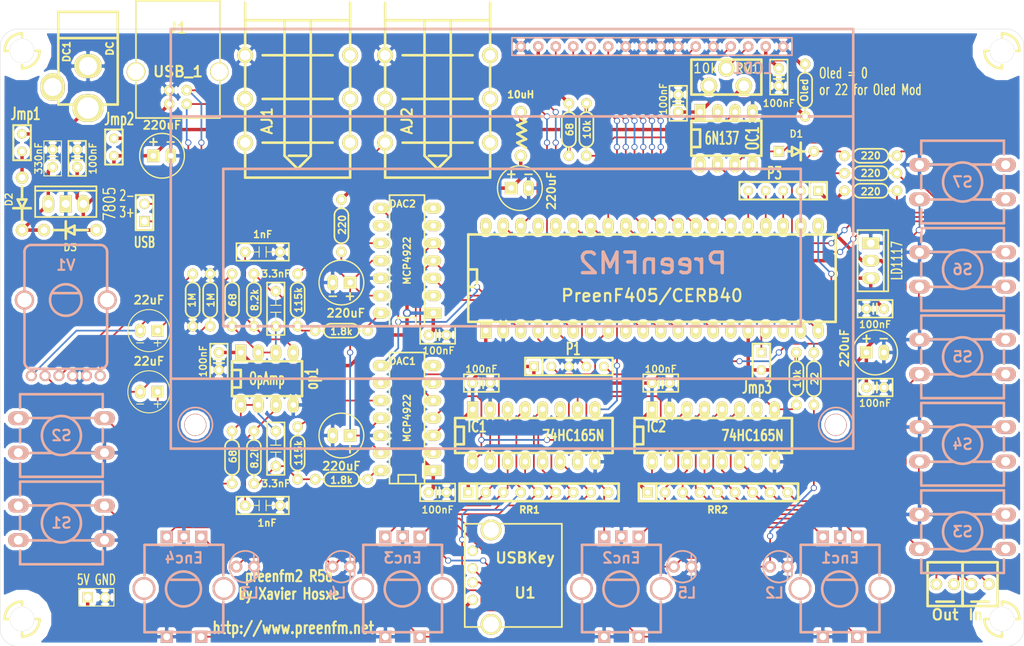
<source format=kicad_pcb>
(kicad_pcb (version 3) (host pcbnew "(2013-jul-07)-stable")
  (layers (15 Dessus signal) (0 Dessous signal) (18 B.Paste user) (19 F.Paste user) (20 B.SilkS user) (21 F.SilkS user) (22 B.Mask user) (23 F.Mask user) (28 Edge.Cuts user))
  (net 0 "")
  (net 1 +3.3V)
  (net 2 +5V)
  (net 3 +5VA)
  (net 4 /AIN1)
  (net 5 /AIN2)
  (net 6 /AIN3)
  (net 7 /AIN4)
  (net 8 /DB4)
  (net 9 /DB5)
  (net 10 /DB6)
  (net 11 /DB7)
  (net 12 /E)
  (net 13 /LED)
  (net 14 /LODR)
  (net 15 /MCLK)
  (net 16 /MLD)
  (net 17 /MQH)
  (net 18 /RESET)
  (net 19 /RR1_1)
  (net 20 /RR1_2)
  (net 21 /RR1_3)
  (net 22 /RR1_4)
  (net 23 /RR1_5)
  (net 24 /RR1_6)
  (net 25 /RR1_7)
  (net 26 /RR1_8)
  (net 27 /RR2_1)
  (net 28 /RR2_2)
  (net 29 /RR2_3)
  (net 30 /RR2_4)
  (net 31 /RR2_5)
  (net 32 /RR2_6)
  (net 33 /RR2_7)
  (net 34 /RR2_8)
  (net 35 /RS)
  (net 36 /RX)
  (net 37 /SPI_CK)
  (net 38 /SPI_DAC1)
  (net 39 /SPI_DAC2)
  (net 40 /SPI_LDAC)
  (net 41 /SPI_MO)
  (net 42 /SWD_CLK)
  (net 43 /SWD_IO)
  (net 44 /TX)
  (net 45 /USB_D+)
  (net 46 /USB_D-)
  (net 47 /USB_DN)
  (net 48 /USB_DP)
  (net 49 GND)
  (net 50 N-000002)
  (net 51 N-000005)
  (net 52 N-000007)
  (net 53 N-000011)
  (net 54 N-000015)
  (net 55 N-000016)
  (net 56 N-000017)
  (net 57 N-000018)
  (net 58 N-000021)
  (net 59 N-000022)
  (net 60 N-000023)
  (net 61 N-000024)
  (net 62 N-000025)
  (net 63 N-000026)
  (net 64 N-000027)
  (net 65 N-000048)
  (net 66 N-000066)
  (net 67 N-000076)
  (net 68 N-000077)
  (net 69 N-000082)
  (net 70 N-000083)
  (net 71 N-000084)
  (net 72 N-000085)
  (net 73 N-000086)
  (net 74 N-000088)
  (net 75 N-000089)
  (net 76 N-000091)
  (net 77 N-000093)
  (net 78 N-000094)
  (net 79 N-000095)
  (net 80 N-000099)
  (module FMCondoChimique2 (layer Dessus) (at 135.128 51.054)
    (fp_text reference C6 hide)
    (fp_text value 220uF (at 4.572 0.381 90) (layer F.SilkS) (effects (font (size 1.19888 1.19888) (thickness 0.24892))))
    (pad 1 thru_hole rect (at -1.27 0) (size 1.80086 1.80086) (drill 0.8128) (layers *.Cu *.Mask F.SilkS) (net 2 +5V))
    (pad 2 thru_hole oval (at 1.27 0) (size 1.524 2.30124) (drill 0.8128) (layers *.Cu *.Mask F.SilkS) (net 49 GND))
  )
  (module DIP-8__300_ELL (layer Dessus) (at 165.1 43.815)
    (fp_text reference OC1 (at 3.81 0 90) (layer F.SilkS) (effects (font (size 1.778 1.143) (thickness 0.28702))))
    (fp_text value 6N137 (at -0.635 0) (layer F.SilkS) (effects (font (size 1.778 1.016) (thickness 0.254))))
    (pad 1 thru_hole oval (at -3.81 3.81) (size 1.5748 2.286) (drill 0.8128) (layers *.Cu *.Mask F.SilkS))
    (pad 2 thru_hole oval (at -1.27 3.81) (size 1.5748 2.286) (drill 0.8128) (layers *.Cu *.Mask F.SilkS) (net 73 N-000086))
    (pad 3 thru_hole oval (at 1.27 3.81) (size 1.5748 2.286) (drill 0.8128) (layers *.Cu *.Mask F.SilkS) (net 74 N-000088))
    (pad 4 thru_hole oval (at 3.81 3.81) (size 1.5748 2.286) (drill 0.8128) (layers *.Cu *.Mask F.SilkS))
    (pad 5 thru_hole oval (at 3.81 -3.81) (size 1.5748 2.286) (drill 0.8128) (layers *.Cu *.Mask F.SilkS) (net 49 GND))
    (pad 6 thru_hole oval (at 1.27 -3.81) (size 1.5748 2.286) (drill 0.8128) (layers *.Cu *.Mask F.SilkS) (net 36 /RX))
    (pad 7 thru_hole oval (at -1.27 -3.81) (size 1.5748 2.286) (drill 0.8128) (layers *.Cu *.Mask F.SilkS))
    (pad 8 thru_hole rect (at -3.81 -3.81) (size 1.5748 2.286) (drill 0.8128) (layers *.Cu *.Mask F.SilkS) (net 3 +5VA))
  )
  (module FMDiode2 (layer Dessus) (at 175.26 45.72)
    (fp_text reference D1 (at 0 -2.54) (layer F.SilkS) (effects (font (size 1.00076 1.00076) (thickness 0.20066))))
    (fp_text value 1N4148 hide)
    (pad 1 thru_hole rect (at -2.54 0) (size 1.524 1.524) (drill 0.8128) (layers *.Cu *.Mask F.SilkS) (net 74 N-000088))
    (pad 2 thru_hole circle (at 2.54 0) (size 1.524 1.524) (drill 0.8128) (layers *.Cu *.Mask F.SilkS) (net 73 N-000086))
  )
  (module FMInductance (layer Dessus) (at 135.255 43.18 270)
    (fp_text reference L1 hide)
    (fp_text value 10uH (at -5.715 0 360) (layer F.SilkS) (effects (font (size 1.00076 1.00076) (thickness 0.25146))))
    (pad 1 thru_hole circle (at -3.175 0 270) (size 1.75006 1.75006) (drill 1.00076) (layers *.Cu *.Mask F.SilkS) (net 3 +5VA))
    (pad 2 thru_hole circle (at 3.175 0 270) (size 1.75006 1.75006) (drill 1.00076) (layers *.Cu *.Mask F.SilkS) (net 2 +5V))
  )
  (module DIP-8__300_ELL (layer Dessus) (at 98.425 78.74)
    (fp_text reference op1 (at 6.477 0 90) (layer F.SilkS) (effects (font (size 1.778 1.143) (thickness 0.28702))))
    (fp_text value OpAmp (at 0 0) (layer F.SilkS) (effects (font (size 1.778 1.016) (thickness 0.254))))
    (pad 1 thru_hole oval (at -3.81 3.81) (size 1.5748 2.286) (drill 0.8128) (layers *.Cu *.Mask F.SilkS) (net 53 N-000011))
    (pad 2 thru_hole oval (at -1.27 3.81) (size 1.5748 2.286) (drill 0.8128) (layers *.Cu *.Mask F.SilkS) (net 53 N-000011))
    (pad 3 thru_hole oval (at 1.27 3.81) (size 1.5748 2.286) (drill 0.8128) (layers *.Cu *.Mask F.SilkS) (net 68 N-000077))
    (pad 4 thru_hole oval (at 3.81 3.81) (size 1.5748 2.286) (drill 0.8128) (layers *.Cu *.Mask F.SilkS) (net 49 GND))
    (pad 5 thru_hole oval (at 3.81 -3.81) (size 1.5748 2.286) (drill 0.8128) (layers *.Cu *.Mask F.SilkS) (net 58 N-000021))
    (pad 6 thru_hole oval (at 1.27 -3.81) (size 1.5748 2.286) (drill 0.8128) (layers *.Cu *.Mask F.SilkS) (net 54 N-000015))
    (pad 7 thru_hole oval (at -1.27 -3.81) (size 1.5748 2.286) (drill 0.8128) (layers *.Cu *.Mask F.SilkS) (net 54 N-000015))
    (pad 8 thru_hole rect (at -3.81 -3.81) (size 1.5748 2.286) (drill 0.8128) (layers *.Cu *.Mask F.SilkS) (net 2 +5V))
  )
  (module DIP-16__300_ELL (layer Dessus) (at 137.16 86.995)
    (fp_text reference IC1 (at -8.255 -1.27) (layer F.SilkS) (effects (font (size 1.524 1.143) (thickness 0.28702))))
    (fp_text value 74HC165N (at 5.715 0) (layer F.SilkS) (effects (font (size 1.524 1.143) (thickness 0.28702))))
    (pad 1 thru_hole oval (at -8.89 3.81) (size 1.5748 2.286) (drill 0.8128) (layers *.Cu *.Mask F.SilkS) (net 16 /MLD))
    (pad 2 thru_hole oval (at -6.35 3.81) (size 1.5748 2.286) (drill 0.8128) (layers *.Cu *.Mask F.SilkS) (net 15 /MCLK))
    (pad 3 thru_hole oval (at -3.81 3.81) (size 1.5748 2.286) (drill 0.8128) (layers *.Cu *.Mask F.SilkS) (net 20 /RR1_2))
    (pad 4 thru_hole oval (at -1.27 3.81) (size 1.5748 2.286) (drill 0.8128) (layers *.Cu *.Mask F.SilkS) (net 22 /RR1_4))
    (pad 5 thru_hole oval (at 1.27 3.81) (size 1.5748 2.286) (drill 0.8128) (layers *.Cu *.Mask F.SilkS) (net 24 /RR1_6))
    (pad 6 thru_hole oval (at 3.81 3.81) (size 1.5748 2.286) (drill 0.8128) (layers *.Cu *.Mask F.SilkS) (net 26 /RR1_8))
    (pad 7 thru_hole oval (at 6.35 3.81) (size 1.5748 2.286) (drill 0.8128) (layers *.Cu *.Mask F.SilkS))
    (pad 8 thru_hole oval (at 8.89 3.81) (size 1.5748 2.286) (drill 0.8128) (layers *.Cu *.Mask F.SilkS) (net 49 GND))
    (pad 9 thru_hole oval (at 8.89 -3.81) (size 1.5748 2.286) (drill 0.8128) (layers *.Cu *.Mask F.SilkS) (net 17 /MQH))
    (pad 10 thru_hole oval (at 6.35 -3.81) (size 1.5748 2.286) (drill 0.8128) (layers *.Cu *.Mask F.SilkS) (net 50 N-000002))
    (pad 11 thru_hole oval (at 3.81 -3.81) (size 1.5748 2.286) (drill 0.8128) (layers *.Cu *.Mask F.SilkS) (net 25 /RR1_7))
    (pad 12 thru_hole oval (at 1.27 -3.81) (size 1.5748 2.286) (drill 0.8128) (layers *.Cu *.Mask F.SilkS) (net 23 /RR1_5))
    (pad 13 thru_hole oval (at -1.27 -3.81) (size 1.5748 2.286) (drill 0.8128) (layers *.Cu *.Mask F.SilkS) (net 21 /RR1_3))
    (pad 14 thru_hole oval (at -3.81 -3.81) (size 1.5748 2.286) (drill 0.8128) (layers *.Cu *.Mask F.SilkS) (net 19 /RR1_1))
    (pad 15 thru_hole oval (at -6.35 -3.81) (size 1.5748 2.286) (drill 0.8128) (layers *.Cu *.Mask F.SilkS) (net 49 GND))
    (pad 16 thru_hole rect (at -8.89 -3.81) (size 1.5748 2.286) (drill 0.8128) (layers *.Cu *.Mask F.SilkS) (net 1 +3.3V))
  )
  (module DIP-16__300_ELL (layer Dessus) (at 163.195 86.995)
    (fp_text reference IC2 (at -8.255 -1.27) (layer F.SilkS) (effects (font (size 1.524 1.143) (thickness 0.28702))))
    (fp_text value 74HC165N (at 5.715 0) (layer F.SilkS) (effects (font (size 1.524 1.143) (thickness 0.28702))))
    (pad 1 thru_hole oval (at -8.89 3.81) (size 1.5748 2.286) (drill 0.8128) (layers *.Cu *.Mask F.SilkS) (net 16 /MLD))
    (pad 2 thru_hole oval (at -6.35 3.81) (size 1.5748 2.286) (drill 0.8128) (layers *.Cu *.Mask F.SilkS) (net 15 /MCLK))
    (pad 3 thru_hole oval (at -3.81 3.81) (size 1.5748 2.286) (drill 0.8128) (layers *.Cu *.Mask F.SilkS) (net 28 /RR2_2))
    (pad 4 thru_hole oval (at -1.27 3.81) (size 1.5748 2.286) (drill 0.8128) (layers *.Cu *.Mask F.SilkS) (net 30 /RR2_4))
    (pad 5 thru_hole oval (at 1.27 3.81) (size 1.5748 2.286) (drill 0.8128) (layers *.Cu *.Mask F.SilkS) (net 32 /RR2_6))
    (pad 6 thru_hole oval (at 3.81 3.81) (size 1.5748 2.286) (drill 0.8128) (layers *.Cu *.Mask F.SilkS) (net 34 /RR2_8))
    (pad 7 thru_hole oval (at 6.35 3.81) (size 1.5748 2.286) (drill 0.8128) (layers *.Cu *.Mask F.SilkS))
    (pad 8 thru_hole oval (at 8.89 3.81) (size 1.5748 2.286) (drill 0.8128) (layers *.Cu *.Mask F.SilkS) (net 49 GND))
    (pad 9 thru_hole oval (at 8.89 -3.81) (size 1.5748 2.286) (drill 0.8128) (layers *.Cu *.Mask F.SilkS) (net 50 N-000002))
    (pad 10 thru_hole oval (at 6.35 -3.81) (size 1.5748 2.286) (drill 0.8128) (layers *.Cu *.Mask F.SilkS))
    (pad 11 thru_hole oval (at 3.81 -3.81) (size 1.5748 2.286) (drill 0.8128) (layers *.Cu *.Mask F.SilkS) (net 33 /RR2_7))
    (pad 12 thru_hole oval (at 1.27 -3.81) (size 1.5748 2.286) (drill 0.8128) (layers *.Cu *.Mask F.SilkS) (net 31 /RR2_5))
    (pad 13 thru_hole oval (at -1.27 -3.81) (size 1.5748 2.286) (drill 0.8128) (layers *.Cu *.Mask F.SilkS) (net 29 /RR2_3))
    (pad 14 thru_hole oval (at -3.81 -3.81) (size 1.5748 2.286) (drill 0.8128) (layers *.Cu *.Mask F.SilkS) (net 27 /RR2_1))
    (pad 15 thru_hole oval (at -6.35 -3.81) (size 1.5748 2.286) (drill 0.8128) (layers *.Cu *.Mask F.SilkS) (net 49 GND))
    (pad 16 thru_hole rect (at -8.89 -3.81) (size 1.5748 2.286) (drill 0.8128) (layers *.Cu *.Mask F.SilkS) (net 1 +3.3V))
  )
  (module FMHole3mm (layer Dessus) (at 205.105 113.665 270)
    (fp_text reference P5 hide)
    (fp_text value CONN_1 hide)
    (pad 1 thru_hole circle (at 0 0 270) (size 3.50012 3.50012) (drill 3.50012) (layers *.Cu *.Mask F.SilkS) (clearance 2.49936))
  )
  (module FMHole3mm (layer Dessus) (at 205.105 31.115 90)
    (fp_text reference P6 hide)
    (fp_text value CONN_1 hide)
    (pad 1 thru_hole circle (at 0 0 90) (size 3.50012 3.50012) (drill 3.50012) (layers *.Cu *.Mask F.SilkS) (clearance 2.49936))
  )
  (module FMHole3mm (layer Dessus) (at 62.865 113.665 180)
    (fp_text reference P7 hide)
    (fp_text value CONN_1 hide)
    (pad 1 thru_hole circle (at 0 0 180) (size 3.50012 3.50012) (drill 3.50012) (layers *.Cu *.Mask F.SilkS) (clearance 2.49936))
  )
  (module DIP-40__600_ELL (layer Dessus) (at 154.305 64.135)
    (fp_text reference C4 hide)
    (fp_text value PreenF405/CERB40 (at 0 2.54) (layer F.SilkS) (effects (font (size 1.778 1.778) (thickness 0.3048))))
    (pad 1 thru_hole rect (at -24.13 7.62) (size 1.5748 2.286) (drill 0.8128) (layers *.Cu *.Mask F.SilkS) (net 1 +3.3V))
    (pad 2 thru_hole oval (at -21.59 7.62) (size 1.5748 2.286) (drill 0.8128) (layers *.Cu *.Mask F.SilkS) (net 49 GND))
    (pad 3 thru_hole oval (at -19.05 7.62) (size 1.5748 2.286) (drill 0.8128) (layers *.Cu *.Mask F.SilkS) (net 15 /MCLK))
    (pad 4 thru_hole oval (at -16.51 7.62) (size 1.5748 2.286) (drill 0.8128) (layers *.Cu *.Mask F.SilkS) (net 43 /SWD_IO))
    (pad 5 thru_hole oval (at -13.97 7.62) (size 1.5748 2.286) (drill 0.8128) (layers *.Cu *.Mask F.SilkS) (net 17 /MQH))
    (pad 6 thru_hole oval (at -11.43 7.62) (size 1.5748 2.286) (drill 0.8128) (layers *.Cu *.Mask F.SilkS) (net 16 /MLD))
    (pad 7 thru_hole oval (at -8.89 7.62) (size 1.5748 2.286) (drill 0.8128) (layers *.Cu *.Mask F.SilkS))
    (pad 8 thru_hole oval (at -6.35 7.62) (size 1.5748 2.286) (drill 0.8128) (layers *.Cu *.Mask F.SilkS) (net 42 /SWD_CLK))
    (pad 9 thru_hole oval (at -3.81 7.62) (size 1.5748 2.286) (drill 0.8128) (layers *.Cu *.Mask F.SilkS))
    (pad 10 thru_hole oval (at -1.27 7.62) (size 1.5748 2.286) (drill 0.8128) (layers *.Cu *.Mask F.SilkS) (net 38 /SPI_DAC1))
    (pad 11 thru_hole oval (at 1.27 7.62) (size 1.5748 2.286) (drill 0.8128) (layers *.Cu *.Mask F.SilkS) (net 39 /SPI_DAC2))
    (pad 12 thru_hole oval (at 3.81 7.62) (size 1.5748 2.286) (drill 0.8128) (layers *.Cu *.Mask F.SilkS) (net 37 /SPI_CK))
    (pad 13 thru_hole oval (at 6.35 7.62) (size 1.5748 2.286) (drill 0.8128) (layers *.Cu *.Mask F.SilkS))
    (pad 14 thru_hole oval (at 8.89 7.62) (size 1.5748 2.286) (drill 0.8128) (layers *.Cu *.Mask F.SilkS) (net 40 /SPI_LDAC))
    (pad 15 thru_hole oval (at 11.43 7.62) (size 1.5748 2.286) (drill 0.8128) (layers *.Cu *.Mask F.SilkS))
    (pad 16 thru_hole oval (at 13.97 7.62) (size 1.5748 2.286) (drill 0.8128) (layers *.Cu *.Mask F.SilkS) (net 1 +3.3V))
    (pad 17 thru_hole oval (at 16.51 7.62) (size 1.5748 2.286) (drill 0.8128) (layers *.Cu *.Mask F.SilkS) (net 14 /LODR))
    (pad 18 thru_hole oval (at 19.05 7.62) (size 1.5748 2.286) (drill 0.8128) (layers *.Cu *.Mask F.SilkS))
    (pad 19 thru_hole oval (at 21.59 7.62) (size 1.5748 2.286) (drill 0.8128) (layers *.Cu *.Mask F.SilkS) (net 13 /LED))
    (pad 20 thru_hole oval (at 24.13 7.62) (size 1.5748 2.286) (drill 0.8128) (layers *.Cu *.Mask F.SilkS) (net 41 /SPI_MO))
    (pad 21 thru_hole oval (at 24.13 -7.62) (size 1.5748 2.286) (drill 0.8128) (layers *.Cu *.Mask F.SilkS) (net 18 /RESET))
    (pad 22 thru_hole oval (at 21.59 -7.62) (size 1.5748 2.286) (drill 0.8128) (layers *.Cu *.Mask F.SilkS) (net 4 /AIN1))
    (pad 23 thru_hole oval (at 19.05 -7.62) (size 1.5748 2.286) (drill 0.8128) (layers *.Cu *.Mask F.SilkS) (net 5 /AIN2))
    (pad 24 thru_hole oval (at 16.51 -7.62) (size 1.5748 2.286) (drill 0.8128) (layers *.Cu *.Mask F.SilkS) (net 6 /AIN3))
    (pad 25 thru_hole oval (at 13.97 -7.62) (size 1.5748 2.286) (drill 0.8128) (layers *.Cu *.Mask F.SilkS) (net 7 /AIN4))
    (pad 26 thru_hole oval (at 11.43 -7.62) (size 1.5748 2.286) (drill 0.8128) (layers *.Cu *.Mask F.SilkS) (net 35 /RS))
    (pad 27 thru_hole oval (at 8.89 -7.62) (size 1.5748 2.286) (drill 0.8128) (layers *.Cu *.Mask F.SilkS) (net 12 /E))
    (pad 28 thru_hole oval (at 6.35 -7.62) (size 1.5748 2.286) (drill 0.8128) (layers *.Cu *.Mask F.SilkS) (net 8 /DB4))
    (pad 29 thru_hole oval (at 3.81 -7.62) (size 1.5748 2.286) (drill 0.8128) (layers *.Cu *.Mask F.SilkS) (net 9 /DB5))
    (pad 30 thru_hole oval (at 1.27 -7.62) (size 1.5748 2.286) (drill 0.8128) (layers *.Cu *.Mask F.SilkS) (net 10 /DB6))
    (pad 31 thru_hole oval (at -1.27 -7.62) (size 1.5748 2.286) (drill 0.8128) (layers *.Cu *.Mask F.SilkS) (net 11 /DB7))
    (pad 32 thru_hole oval (at -3.81 -7.62) (size 1.5748 2.286) (drill 0.8128) (layers *.Cu *.Mask F.SilkS) (net 44 /TX))
    (pad 33 thru_hole oval (at -6.35 -7.62) (size 1.5748 2.286) (drill 0.8128) (layers *.Cu *.Mask F.SilkS) (net 36 /RX))
    (pad 34 thru_hole oval (at -8.89 -7.62) (size 1.5748 2.286) (drill 0.8128) (layers *.Cu *.Mask F.SilkS) (net 47 /USB_DN))
    (pad 35 thru_hole oval (at -11.43 -7.62) (size 1.5748 2.286) (drill 0.8128) (layers *.Cu *.Mask F.SilkS) (net 48 /USB_DP))
    (pad 36 thru_hole oval (at -13.97 -7.62) (size 1.5748 2.286) (drill 0.8128) (layers *.Cu *.Mask F.SilkS))
    (pad 37 thru_hole oval (at -16.51 -7.62) (size 1.5748 2.286) (drill 0.8128) (layers *.Cu *.Mask F.SilkS))
    (pad 38 thru_hole oval (at -19.05 -7.62) (size 1.5748 2.286) (drill 0.8128) (layers *.Cu *.Mask F.SilkS) (net 46 /USB_D-))
    (pad 39 thru_hole oval (at -21.59 -7.62) (size 1.5748 2.286) (drill 0.8128) (layers *.Cu *.Mask F.SilkS) (net 45 /USB_D+))
    (pad 40 thru_hole oval (at -24.13 -7.62) (size 1.5748 2.286) (drill 0.8128) (layers *.Cu *.Mask F.SilkS))
  )
  (module SIL-5 (layer Dessus) (at 143.51 76.962)
    (fp_text reference P1 (at -0.635 -2.54) (layer F.SilkS) (effects (font (size 1.72974 1.08712) (thickness 0.27178))))
    (fp_text value CONN_5 hide)
    (pad 1 thru_hole rect (at -6.35 0) (size 1.397 1.397) (drill 0.8128) (layers *.Cu *.Mask F.SilkS) (net 1 +3.3V))
    (pad 2 thru_hole circle (at -3.81 0) (size 1.397 1.397) (drill 0.8128) (layers *.Cu *.Mask F.SilkS) (net 42 /SWD_CLK))
    (pad 3 thru_hole circle (at -1.27 0) (size 1.397 1.397) (drill 0.8128) (layers *.Cu *.Mask F.SilkS) (net 49 GND))
    (pad 4 thru_hole circle (at 1.27 0) (size 1.397 1.397) (drill 0.8128) (layers *.Cu *.Mask F.SilkS) (net 43 /SWD_IO))
    (pad 5 thru_hole circle (at 3.81 0) (size 1.397 1.397) (drill 0.8128) (layers *.Cu *.Mask F.SilkS) (net 18 /RESET))
  )
  (module SIL-5 (layer Dessus) (at 172.085 51.435 180)
    (fp_text reference P3 (at 0 2.54 180) (layer F.SilkS) (effects (font (size 1.72974 1.08712) (thickness 0.27178))))
    (fp_text value CONN_5 hide)
    (pad 1 thru_hole rect (at -6.35 0 180) (size 1.397 1.397) (drill 0.8128) (layers *.Cu *.Mask F.SilkS) (net 1 +3.3V))
    (pad 2 thru_hole circle (at -3.81 0 180) (size 1.397 1.397) (drill 0.8128) (layers *.Cu *.Mask F.SilkS) (net 4 /AIN1))
    (pad 3 thru_hole circle (at -1.27 0 180) (size 1.397 1.397) (drill 0.8128) (layers *.Cu *.Mask F.SilkS) (net 5 /AIN2))
    (pad 4 thru_hole circle (at 1.27 0 180) (size 1.397 1.397) (drill 0.8128) (layers *.Cu *.Mask F.SilkS) (net 6 /AIN3))
    (pad 5 thru_hole circle (at 3.81 0 180) (size 1.397 1.397) (drill 0.8128) (layers *.Cu *.Mask F.SilkS) (net 7 /AIN4))
  )
  (module FMHole3mm (layer Dessus) (at 62.865 31.115 180)
    (fp_text reference P4 hide)
    (fp_text value CONN_1 hide)
    (pad 1 thru_hole circle (at 0 0 180) (size 3.50012 3.50012) (drill 3.50012) (layers *.Cu *.Mask F.SilkS) (clearance 2.49936))
  )
  (module FMRV2 (layer Dessus) (at 165.1 34.925)
    (fp_text reference RV1 (at 3.048 -1.27) (layer F.SilkS) (effects (font (size 1.397 1.27) (thickness 0.2032))))
    (fp_text value 10k (at -3.048 -1.27) (layer F.SilkS) (effects (font (size 1.397 1.27) (thickness 0.2032))))
    (pad 1 thru_hole circle (at -2.54 1.27) (size 2.4003 2.4003) (drill 1.50114) (layers *.Cu *.Mask F.SilkS) (net 49 GND))
    (pad 2 thru_hole circle (at 0 -1.27) (size 2.4003 2.4003) (drill 1.50114) (layers *.Cu *.Mask F.SilkS) (net 70 N-000083))
    (pad 3 thru_hole circle (at 2.54 1.27) (size 2.4003 2.4003) (drill 1.50114) (layers *.Cu *.Mask F.SilkS) (net 3 +5VA))
  )
  (module FMRR9 (layer Dessus) (at 137.795 95.25)
    (fp_text reference RR1 (at -1.27 2.54) (layer F.SilkS) (effects (font (size 1.00076 1.00076) (thickness 0.25146))))
    (fp_text value RR10k hide)
    (pad 1 thru_hole rect (at -10.16 0) (size 1.524 1.524) (drill 0.8128) (layers *.Cu *.Mask F.SilkS) (net 1 +3.3V))
    (pad 2 thru_hole circle (at -7.62 0) (size 1.524 1.524) (drill 0.8128) (layers *.Cu *.Mask F.SilkS) (net 19 /RR1_1))
    (pad 3 thru_hole circle (at -5.08 0) (size 1.524 1.524) (drill 0.8128) (layers *.Cu *.Mask F.SilkS) (net 20 /RR1_2))
    (pad 4 thru_hole circle (at -2.54 0) (size 1.524 1.524) (drill 0.8128) (layers *.Cu *.Mask F.SilkS) (net 21 /RR1_3))
    (pad 5 thru_hole circle (at 0 0) (size 1.524 1.524) (drill 0.8128) (layers *.Cu *.Mask F.SilkS) (net 22 /RR1_4))
    (pad 6 thru_hole circle (at 2.54 0) (size 1.524 1.524) (drill 0.8128) (layers *.Cu *.Mask F.SilkS) (net 23 /RR1_5))
    (pad 7 thru_hole circle (at 5.08 0) (size 1.524 1.524) (drill 0.8128) (layers *.Cu *.Mask F.SilkS) (net 24 /RR1_6))
    (pad 8 thru_hole circle (at 7.62 0) (size 1.524 1.524) (drill 0.8128) (layers *.Cu *.Mask F.SilkS) (net 25 /RR1_7))
    (pad 9 thru_hole circle (at 10.16 0) (size 1.524 1.524) (drill 0.8128) (layers *.Cu *.Mask F.SilkS) (net 26 /RR1_8))
  )
  (module FMRR9 (layer Dessus) (at 163.83 95.25)
    (fp_text reference RR2 (at 0 2.54) (layer F.SilkS) (effects (font (size 1.00076 1.00076) (thickness 0.25146))))
    (fp_text value RR10k hide)
    (pad 1 thru_hole rect (at -10.16 0) (size 1.524 1.524) (drill 0.8128) (layers *.Cu *.Mask F.SilkS) (net 1 +3.3V))
    (pad 2 thru_hole circle (at -7.62 0) (size 1.524 1.524) (drill 0.8128) (layers *.Cu *.Mask F.SilkS) (net 27 /RR2_1))
    (pad 3 thru_hole circle (at -5.08 0) (size 1.524 1.524) (drill 0.8128) (layers *.Cu *.Mask F.SilkS) (net 28 /RR2_2))
    (pad 4 thru_hole circle (at -2.54 0) (size 1.524 1.524) (drill 0.8128) (layers *.Cu *.Mask F.SilkS) (net 29 /RR2_3))
    (pad 5 thru_hole circle (at 0 0) (size 1.524 1.524) (drill 0.8128) (layers *.Cu *.Mask F.SilkS) (net 30 /RR2_4))
    (pad 6 thru_hole circle (at 2.54 0) (size 1.524 1.524) (drill 0.8128) (layers *.Cu *.Mask F.SilkS) (net 31 /RR2_5))
    (pad 7 thru_hole circle (at 5.08 0) (size 1.524 1.524) (drill 0.8128) (layers *.Cu *.Mask F.SilkS) (net 32 /RR2_6))
    (pad 8 thru_hole circle (at 7.62 0) (size 1.524 1.524) (drill 0.8128) (layers *.Cu *.Mask F.SilkS) (net 33 /RR2_7))
    (pad 9 thru_hole circle (at 10.16 0) (size 1.524 1.524) (drill 0.8128) (layers *.Cu *.Mask F.SilkS) (net 34 /RR2_8))
  )
  (module FMJACK (layer Dessus) (at 102.87 36.83 90)
    (fp_text reference AJ1 (at -4.445 -4.445 90) (layer F.SilkS) (effects (font (size 1.524 1.524) (thickness 0.3048))))
    (fp_text value AUDIO_JACK hide)
    (pad 1 thru_hole circle (at -7.62 -7.62 90) (size 2.30124 2.30124) (drill 1.50114) (layers *.Cu *.Mask F.SilkS) (net 51 N-000005))
    (pad 2 thru_hole circle (at -7.62 7.62 90) (size 2.30124 2.30124) (drill 1.50114) (layers *.Cu *.Mask F.SilkS))
    (pad 2 thru_hole circle (at 5.08 7.62 90) (size 2.30124 2.30124) (drill 1.50114) (layers *.Cu *.Mask F.SilkS))
    (pad 0 thru_hole circle (at 5.08 -7.62 90) (size 2.30124 2.30124) (drill 1.50114) (layers *.Cu *.Mask F.SilkS) (net 49 GND))
    (pad 2 thru_hole circle (at -1.27 -7.62 90) (size 2.30124 2.30124) (drill 1.50114) (layers *.Cu *.Mask F.SilkS))
    (pad 2 thru_hole circle (at -1.27 7.62 90) (size 2.30124 2.30124) (drill 1.50114) (layers *.Cu *.Mask F.SilkS))
  )
  (module FMJACK (layer Dessus) (at 123.19 36.83 90)
    (fp_text reference AJ2 (at -4.445 -4.445 90) (layer F.SilkS) (effects (font (size 1.524 1.524) (thickness 0.3048))))
    (fp_text value AUDIO_JACK hide)
    (pad 1 thru_hole circle (at -7.62 -7.62 90) (size 2.30124 2.30124) (drill 1.50114) (layers *.Cu *.Mask F.SilkS) (net 63 N-000026))
    (pad 2 thru_hole circle (at -7.62 7.62 90) (size 2.30124 2.30124) (drill 1.50114) (layers *.Cu *.Mask F.SilkS))
    (pad 2 thru_hole circle (at 5.08 7.62 90) (size 2.30124 2.30124) (drill 1.50114) (layers *.Cu *.Mask F.SilkS))
    (pad 0 thru_hole circle (at 5.08 -7.62 90) (size 2.30124 2.30124) (drill 1.50114) (layers *.Cu *.Mask F.SilkS) (net 49 GND))
    (pad 2 thru_hole circle (at -1.27 -7.62 90) (size 2.30124 2.30124) (drill 1.50114) (layers *.Cu *.Mask F.SilkS))
    (pad 2 thru_hole circle (at -1.27 7.62 90) (size 2.30124 2.30124) (drill 1.50114) (layers *.Cu *.Mask F.SilkS))
  )
  (module JACK_ALIM4 (layer Dessus) (at 72.4408 33.3248 270)
    (fp_text reference DC1 (at -2.0828 3.0988 270) (layer F.SilkS) (effects (font (size 1.016 1.016) (thickness 0.254))))
    (fp_text value DC (at -2.54 -3.175 270) (layer F.SilkS) (effects (font (size 1.016 1.016) (thickness 0.254))))
    (pad 1 thru_hole oval (at 0 0 270) (size 3.50012 4.0005) (drill 2.60096) (layers *.Cu *.Mask F.SilkS) (net 49 GND))
    (pad 3 thru_hole oval (at 6.096 0 270) (size 4.0005 4.50088) (drill 3.0988) (layers *.Cu *.Mask F.SilkS) (net 66 N-000066))
    (pad 2 thru_hole oval (at 3.048 5.1308 270) (size 4.0005 3.50012) (drill 2.60096) (layers *.Cu *.Mask F.SilkS))
  )
  (module FMMidi2 (layer Dessus) (at 201.93 106.045)
    (fp_text reference M1 hide)
    (fp_text value In (at -0.635 6.985) (layer F.SilkS) (effects (font (size 1.524 1.524) (thickness 0.3048))))
    (pad 1 thru_hole circle (at -1.27 2.54) (size 1.69926 1.69926) (drill 1.00076) (layers *.Cu *.Mask F.SilkS) (net 71 N-000084))
    (pad 2 thru_hole circle (at 1.27 2.54) (size 1.69926 1.69926) (drill 1.00076) (layers *.Cu *.Mask F.SilkS) (net 74 N-000088))
  )
  (module FMMidi2 (layer Dessus) (at 196.85 106.045)
    (fp_text reference M2 hide)
    (fp_text value Out (at 0 6.985) (layer F.SilkS) (effects (font (size 1.524 1.524) (thickness 0.3048))))
    (pad 1 thru_hole circle (at -1.27 2.54) (size 1.69926 1.69926) (drill 1.00076) (layers *.Cu *.Mask F.SilkS) (net 52 N-000007))
    (pad 2 thru_hole circle (at 1.27 2.54) (size 1.69926 1.69926) (drill 1.00076) (layers *.Cu *.Mask F.SilkS) (net 72 N-000085))
  )
  (module SIL-2 (layer Dessus) (at 80.645 54.61 90)
    (fp_text reference K2 hide)
    (fp_text value USB (at -4.318 0 180) (layer F.SilkS) (effects (font (size 1.524 1.016) (thickness 0.254))))
    (pad 1 thru_hole rect (at -1.27 0 90) (size 1.50114 1.50114) (drill 1.00076) (layers *.Cu *.Mask F.SilkS) (net 45 /USB_D+))
    (pad 2 thru_hole circle (at 1.27 0 90) (size 1.50114 1.50114) (drill 1.00076) (layers *.Cu *.Mask F.SilkS) (net 46 /USB_D-))
  )
  (module SIL-2 (layer Dessus) (at 62.865 44.45 270)
    (fp_text reference Jmp1 (at -4.191 -0.508 360) (layer F.SilkS) (effects (font (size 1.72974 1.08712) (thickness 0.27178))))
    (fp_text value Jmp hide)
    (pad 1 thru_hole oval (at -1.27 0 270) (size 1.397 1.397) (drill 0.8128) (layers *.Cu *.Mask F.SilkS) (net 66 N-000066))
    (pad 2 thru_hole circle (at 1.27 0 270) (size 1.397 1.397) (drill 0.8128) (layers *.Cu *.Mask F.SilkS) (net 65 N-000048))
  )
  (module SIL-2 (layer Dessus) (at 76.2 45.085 90)
    (fp_text reference Jmp2 (at 4.064 0.762 180) (layer F.SilkS) (effects (font (size 1.72974 1.08712) (thickness 0.27178))))
    (fp_text value Jmp hide)
    (pad 1 thru_hole oval (at -1.27 0 90) (size 1.397 1.397) (drill 0.8128) (layers *.Cu *.Mask F.SilkS) (net 3 +5VA))
    (pad 2 thru_hole circle (at 1.27 0 90) (size 1.397 1.397) (drill 0.8128) (layers *.Cu *.Mask F.SilkS) (net 69 N-000082))
  )
  (module FMDualPotALPS (layer Dessous) (at 69.215 67.31 180)
    (fp_text reference V1 (at 0 5.08 180) (layer B.SilkS) (effects (font (size 1.524 1.524) (thickness 0.3048)) (justify mirror)))
    (fp_text value VOLUME hide)
    (pad "" thru_hole circle (at 5.99948 0 270) (size 2.79908 2.79908) (drill 2.10058) (layers *.Cu *.Mask B.SilkS))
    (pad "" thru_hole circle (at -5.99948 0 270) (size 2.79908 2.79908) (drill 2.10058) (layers *.Cu *.Mask B.SilkS))
    (pad 1 thru_hole circle (at -2.99974 -10.9982 180) (size 1.6002 1.6002) (drill 1.00076) (layers *.Cu *.Mask B.SilkS) (net 49 GND))
    (pad 2 thru_hole circle (at -4.99872 -10.9982 180) (size 1.6002 1.6002) (drill 1.00076) (layers *.Cu *.Mask B.SilkS) (net 63 N-000026))
    (pad 3 thru_hole circle (at 5.00126 -10.9982 180) (size 1.6002 1.6002) (drill 1.00076) (layers *.Cu *.Mask B.SilkS) (net 77 N-000093))
    (pad 4 thru_hole circle (at -0.99822 -10.9982 180) (size 1.6002 1.6002) (drill 1.00076) (layers *.Cu *.Mask B.SilkS) (net 49 GND))
    (pad 5 thru_hole circle (at 1.00076 -10.9982 180) (size 1.6002 1.6002) (drill 1.00076) (layers *.Cu *.Mask B.SilkS) (net 51 N-000005))
    (pad 6 thru_hole circle (at 2.99974 -10.9982 180) (size 1.6002 1.6002) (drill 1.00076) (layers *.Cu *.Mask B.SilkS) (net 64 N-000027))
  )
  (module FMCondeDecouplage (layer Dessus) (at 67.31 46.736 90)
    (fp_text reference C12 hide)
    (fp_text value 330nF (at 0 -2.032 90) (layer F.SilkS) (effects (font (size 1.00076 1.00076) (thickness 0.20066))))
    (pad 1 thru_hole circle (at -1.27 0 90) (size 1.50114 1.50114) (drill 0.8001) (layers *.Cu *.Mask F.SilkS) (net 76 N-000091))
    (pad 2 thru_hole circle (at 1.27 0 90) (size 1.50114 1.50114) (drill 0.8001) (layers *.Cu *.Mask F.SilkS) (net 49 GND))
  )
  (module SIL-2 (layer Dessus) (at 170.18 76.2 270)
    (fp_text reference Jmp3 (at 3.81 0.635 360) (layer F.SilkS) (effects (font (size 1.72974 1.08712) (thickness 0.27178))))
    (fp_text value Jmp hide)
    (pad 1 thru_hole rect (at -1.27 0 270) (size 1.397 1.397) (drill 0.8128) (layers *.Cu *.Mask F.SilkS) (net 14 /LODR))
    (pad 2 thru_hole circle (at 1.27 0 270) (size 1.397 1.397) (drill 0.8128) (layers *.Cu *.Mask F.SilkS) (net 1 +3.3V))
  )
  (module FMButton2 (layer Dessous) (at 68.58 99.695)
    (fp_text reference S1 (at 0 0) (layer B.SilkS) (effects (font (size 1.524 1.524) (thickness 0.3048)) (justify mirror)))
    (fp_text value SWITCH hide)
    (pad "" thru_hole oval (at -6.25094 2.49936) (size 2.99974 1.99898) (drill 1.30048) (layers *.Cu *.Mask B.SilkS))
    (pad 1 thru_hole oval (at 6.25094 2.49936) (size 2.99974 1.99898) (drill 1.30048) (layers *.Cu *.Mask B.SilkS) (net 49 GND))
    (pad 2 thru_hole oval (at 6.25094 -2.49936) (size 2.99974 1.99898) (drill 1.30048) (layers *.Cu *.Mask B.SilkS) (net 20 /RR1_2))
    (pad "" thru_hole oval (at -6.25094 -2.49936) (size 2.99974 1.99898) (drill 1.30048) (layers *.Cu *.Mask B.SilkS))
  )
  (module FMButton2 (layer Dessous) (at 68.58 86.995)
    (fp_text reference S2 (at 0 0) (layer B.SilkS) (effects (font (size 1.524 1.524) (thickness 0.3048)) (justify mirror)))
    (fp_text value SWITCH hide)
    (pad "" thru_hole oval (at -6.25094 2.49936) (size 2.99974 1.99898) (drill 1.30048) (layers *.Cu *.Mask B.SilkS))
    (pad 1 thru_hole oval (at 6.25094 2.49936) (size 2.99974 1.99898) (drill 1.30048) (layers *.Cu *.Mask B.SilkS) (net 49 GND))
    (pad 2 thru_hole oval (at 6.25094 -2.49936) (size 2.99974 1.99898) (drill 1.30048) (layers *.Cu *.Mask B.SilkS) (net 19 /RR1_1))
    (pad "" thru_hole oval (at -6.25094 -2.49936) (size 2.99974 1.99898) (drill 1.30048) (layers *.Cu *.Mask B.SilkS))
  )
  (module FMButton2 (layer Dessous) (at 199.39 100.965 180)
    (fp_text reference S3 (at 0 0 180) (layer B.SilkS) (effects (font (size 1.524 1.524) (thickness 0.3048)) (justify mirror)))
    (fp_text value SWITCH hide)
    (pad "" thru_hole oval (at -6.25094 2.49936 180) (size 2.99974 1.99898) (drill 1.30048) (layers *.Cu *.Mask B.SilkS))
    (pad 1 thru_hole oval (at 6.25094 2.49936 180) (size 2.99974 1.99898) (drill 1.30048) (layers *.Cu *.Mask B.SilkS) (net 49 GND))
    (pad 2 thru_hole oval (at 6.25094 -2.49936 180) (size 2.99974 1.99898) (drill 1.30048) (layers *.Cu *.Mask B.SilkS) (net 30 /RR2_4))
    (pad "" thru_hole oval (at -6.25094 -2.49936 180) (size 2.99974 1.99898) (drill 1.30048) (layers *.Cu *.Mask B.SilkS))
  )
  (module FMButton2 (layer Dessous) (at 199.39 88.265 180)
    (fp_text reference S4 (at 0 0 180) (layer B.SilkS) (effects (font (size 1.524 1.524) (thickness 0.3048)) (justify mirror)))
    (fp_text value SWITCH hide)
    (pad "" thru_hole oval (at -6.25094 2.49936 180) (size 2.99974 1.99898) (drill 1.30048) (layers *.Cu *.Mask B.SilkS))
    (pad 1 thru_hole oval (at 6.25094 2.49936 180) (size 2.99974 1.99898) (drill 1.30048) (layers *.Cu *.Mask B.SilkS) (net 49 GND))
    (pad 2 thru_hole oval (at 6.25094 -2.49936 180) (size 2.99974 1.99898) (drill 1.30048) (layers *.Cu *.Mask B.SilkS) (net 31 /RR2_5))
    (pad "" thru_hole oval (at -6.25094 -2.49936 180) (size 2.99974 1.99898) (drill 1.30048) (layers *.Cu *.Mask B.SilkS))
  )
  (module FMButton2 (layer Dessous) (at 199.39 75.565 180)
    (fp_text reference S5 (at 0 0 180) (layer B.SilkS) (effects (font (size 1.524 1.524) (thickness 0.3048)) (justify mirror)))
    (fp_text value SWITCH hide)
    (pad "" thru_hole oval (at -6.25094 2.49936 180) (size 2.99974 1.99898) (drill 1.30048) (layers *.Cu *.Mask B.SilkS))
    (pad 1 thru_hole oval (at 6.25094 2.49936 180) (size 2.99974 1.99898) (drill 1.30048) (layers *.Cu *.Mask B.SilkS) (net 49 GND))
    (pad 2 thru_hole oval (at 6.25094 -2.49936 180) (size 2.99974 1.99898) (drill 1.30048) (layers *.Cu *.Mask B.SilkS) (net 32 /RR2_6))
    (pad "" thru_hole oval (at -6.25094 -2.49936 180) (size 2.99974 1.99898) (drill 1.30048) (layers *.Cu *.Mask B.SilkS))
  )
  (module FMButton2 (layer Dessous) (at 199.39 62.865 180)
    (fp_text reference S6 (at 0 0 180) (layer B.SilkS) (effects (font (size 1.524 1.524) (thickness 0.3048)) (justify mirror)))
    (fp_text value SWITCH hide)
    (pad "" thru_hole oval (at -6.25094 2.49936 180) (size 2.99974 1.99898) (drill 1.30048) (layers *.Cu *.Mask B.SilkS))
    (pad 1 thru_hole oval (at 6.25094 2.49936 180) (size 2.99974 1.99898) (drill 1.30048) (layers *.Cu *.Mask B.SilkS) (net 49 GND))
    (pad 2 thru_hole oval (at 6.25094 -2.49936 180) (size 2.99974 1.99898) (drill 1.30048) (layers *.Cu *.Mask B.SilkS) (net 33 /RR2_7))
    (pad "" thru_hole oval (at -6.25094 -2.49936 180) (size 2.99974 1.99898) (drill 1.30048) (layers *.Cu *.Mask B.SilkS))
  )
  (module FMButton2 (layer Dessous) (at 199.39 50.165 180)
    (fp_text reference S7 (at 0 0 180) (layer B.SilkS) (effects (font (size 1.524 1.524) (thickness 0.3048)) (justify mirror)))
    (fp_text value SWITCH hide)
    (pad "" thru_hole oval (at -6.25094 2.49936 180) (size 2.99974 1.99898) (drill 1.30048) (layers *.Cu *.Mask B.SilkS))
    (pad 1 thru_hole oval (at 6.25094 2.49936 180) (size 2.99974 1.99898) (drill 1.30048) (layers *.Cu *.Mask B.SilkS) (net 49 GND))
    (pad 2 thru_hole oval (at 6.25094 -2.49936 180) (size 2.99974 1.99898) (drill 1.30048) (layers *.Cu *.Mask B.SilkS) (net 34 /RR2_8))
    (pad "" thru_hole oval (at -6.25094 -2.49936 180) (size 2.99974 1.99898) (drill 1.30048) (layers *.Cu *.Mask B.SilkS))
  )
  (module FMLD1117 (layer Dessus) (at 186.055 61.595)
    (fp_text reference 3V1 hide)
    (fp_text value LD1117 (at 3.81 0 90) (layer F.SilkS) (effects (font (size 1.524 1.016) (thickness 0.2032))))
    (pad 2 thru_hole oval (at 0 0) (size 2.49936 1.69926) (drill 1.143) (layers *.Cu *.Mask F.SilkS) (net 1 +3.3V))
    (pad 1 thru_hole rect (at 0 -2.54) (size 2.49936 1.69926) (drill 1.143) (layers *.Cu *.Mask F.SilkS) (net 49 GND))
    (pad 3 thru_hole oval (at 0 2.54) (size 2.49936 1.69926) (drill 1.143) (layers *.Cu *.Mask F.SilkS) (net 3 +5VA))
  )
  (module FM7805 (layer Dessus) (at 69.215 53.34 90)
    (fp_text reference 5V1 hide)
    (fp_text value 7805 (at 0 6.35 90) (layer F.SilkS) (effects (font (size 1.69926 1.30048) (thickness 0.2032))))
    (pad 3 thru_hole oval (at 0 -2.54 90) (size 2.60096 1.69926) (drill 1.143) (layers *.Cu *.Mask F.SilkS) (net 76 N-000091))
    (pad 1 thru_hole rect (at 0 0 90) (size 2.49936 1.69926) (drill 1.143) (layers *.Cu *.Mask F.SilkS) (net 49 GND))
    (pad 2 thru_hole oval (at 0 2.54 90) (size 2.60096 1.69926) (drill 1.143) (layers *.Cu *.Mask F.SilkS) (net 3 +5VA))
  )
  (module FMCondoChimique_10uF_2 (layer Dessus) (at 81.28 80.645 180)
    (fp_text reference C20 hide)
    (fp_text value 22uF (at 0 4.445 180) (layer F.SilkS) (effects (font (size 1.19888 1.19888) (thickness 0.24892))))
    (pad 1 thru_hole rect (at -1.27 0 180) (size 1.69926 1.69926) (drill 0.8128) (layers *.Cu *.Mask F.SilkS) (net 55 N-000016))
    (pad 2 thru_hole oval (at 1.27 0 180) (size 1.524 1.99898) (drill 0.8128) (layers *.Cu *.Mask F.SilkS) (net 64 N-000027))
  )
  (module FMCondoChimique_10uF_2 (layer Dessus) (at 81.28 71.755 180)
    (fp_text reference C21 hide)
    (fp_text value 22uF (at 0 4.445 180) (layer F.SilkS) (effects (font (size 1.19888 1.19888) (thickness 0.24892))))
    (pad 1 thru_hole rect (at -1.27 0 180) (size 1.69926 1.69926) (drill 0.8128) (layers *.Cu *.Mask F.SilkS) (net 56 N-000017))
    (pad 2 thru_hole oval (at 1.27 0 180) (size 1.524 1.99898) (drill 0.8128) (layers *.Cu *.Mask F.SilkS) (net 77 N-000093))
  )
  (module FMCondoChimique2 (layer Dessus) (at 186.69 74.93)
    (fp_text reference C9 hide)
    (fp_text value 220uF (at -4.445 -0.635 90) (layer F.SilkS) (effects (font (size 1.19888 1.19888) (thickness 0.24892))))
    (pad 1 thru_hole rect (at -1.27 0) (size 1.80086 1.80086) (drill 0.8128) (layers *.Cu *.Mask F.SilkS) (net 1 +3.3V))
    (pad 2 thru_hole oval (at 1.27 0) (size 1.524 2.30124) (drill 0.8128) (layers *.Cu *.Mask F.SilkS) (net 49 GND))
  )
  (module FMCondoChimique2 (layer Dessus) (at 109.22 86.995 180)
    (fp_text reference C11 hide)
    (fp_text value 220uF (at 0 -4.445 180) (layer F.SilkS) (effects (font (size 1.19888 1.19888) (thickness 0.24892))))
    (pad 1 thru_hole rect (at -1.27 0 180) (size 1.80086 1.80086) (drill 0.8128) (layers *.Cu *.Mask F.SilkS) (net 79 N-000095))
    (pad 2 thru_hole oval (at 1.27 0 180) (size 1.524 2.30124) (drill 0.8128) (layers *.Cu *.Mask F.SilkS) (net 49 GND))
  )
  (module FMCondoChimique2 (layer Dessus) (at 109.22 64.77 180)
    (fp_text reference C13 hide)
    (fp_text value 220uF (at -0.635 -4.445 180) (layer F.SilkS) (effects (font (size 1.19888 1.19888) (thickness 0.24892))))
    (pad 1 thru_hole rect (at -1.27 0 180) (size 1.80086 1.80086) (drill 0.8128) (layers *.Cu *.Mask F.SilkS) (net 79 N-000095))
    (pad 2 thru_hole oval (at 1.27 0 180) (size 1.524 2.30124) (drill 0.8128) (layers *.Cu *.Mask F.SilkS) (net 49 GND))
  )
  (module FMCondoChimique2 (layer Dessus) (at 83.185 46.355)
    (fp_text reference C22 hide)
    (fp_text value 220uF (at 0 -4.445) (layer F.SilkS) (effects (font (size 1.19888 1.19888) (thickness 0.24892))))
    (pad 1 thru_hole rect (at -1.27 0) (size 1.80086 1.80086) (drill 0.8128) (layers *.Cu *.Mask F.SilkS) (net 3 +5VA))
    (pad 2 thru_hole oval (at 1.27 0) (size 1.524 2.30124) (drill 0.8128) (layers *.Cu *.Mask F.SilkS) (net 49 GND))
  )
  (module FMResistance (layer Dessus) (at 186.055 51.435 180)
    (fp_text reference R1 hide)
    (fp_text value 220 (at 0 -0.127 180) (layer F.SilkS) (effects (font (size 1.00076 1.00076) (thickness 0.22098))))
    (pad 1 thru_hole circle (at -3.81 0 180) (size 1.524 1.524) (drill 0.8128) (layers *.Cu *.Mask F.SilkS) (net 52 N-000007))
    (pad 2 thru_hole circle (at 3.81 0 180) (size 1.524 1.524) (drill 0.8128) (layers *.Cu *.Mask F.SilkS) (net 1 +3.3V))
  )
  (module FMResistance (layer Dessus) (at 186.055 46.355 180)
    (fp_text reference R2 hide)
    (fp_text value 220 (at 0 0 180) (layer F.SilkS) (effects (font (size 1.00076 1.00076) (thickness 0.22098))))
    (pad 1 thru_hole circle (at -3.81 0 180) (size 1.524 1.524) (drill 0.8128) (layers *.Cu *.Mask F.SilkS) (net 71 N-000084))
    (pad 2 thru_hole circle (at 3.81 0 180) (size 1.524 1.524) (drill 0.8128) (layers *.Cu *.Mask F.SilkS) (net 73 N-000086))
  )
  (module FMResistance (layer Dessus) (at 186.055 48.895 180)
    (fp_text reference R3 hide)
    (fp_text value 220 (at 0 0 180) (layer F.SilkS) (effects (font (size 1.00076 1.00076) (thickness 0.22098))))
    (pad 1 thru_hole circle (at -3.81 0 180) (size 1.524 1.524) (drill 0.8128) (layers *.Cu *.Mask F.SilkS) (net 72 N-000085))
    (pad 2 thru_hole circle (at 3.81 0 180) (size 1.524 1.524) (drill 0.8128) (layers *.Cu *.Mask F.SilkS) (net 44 /TX))
  )
  (module FMResistance (layer Dessus) (at 175.26 78.74 270)
    (fp_text reference R4 hide)
    (fp_text value 10k (at 0 -0.127 270) (layer F.SilkS) (effects (font (size 1.00076 1.00076) (thickness 0.22098))))
    (pad 1 thru_hole circle (at -3.81 0 270) (size 1.524 1.524) (drill 0.8128) (layers *.Cu *.Mask F.SilkS) (net 1 +3.3V))
    (pad 2 thru_hole circle (at 3.81 0 270) (size 1.524 1.524) (drill 0.8128) (layers *.Cu *.Mask F.SilkS) (net 50 N-000002))
  )
  (module FMResistance (layer Dessus) (at 144.78 42.545 90)
    (fp_text reference R5 hide)
    (fp_text value 10k (at 0 0.09906 90) (layer F.SilkS) (effects (font (size 1.00076 1.00076) (thickness 0.22098))))
    (pad 1 thru_hole circle (at -3.81 0 90) (size 1.524 1.524) (drill 0.8128) (layers *.Cu *.Mask F.SilkS) (net 36 /RX))
    (pad 2 thru_hole circle (at 3.81 0 90) (size 1.524 1.524) (drill 0.8128) (layers *.Cu *.Mask F.SilkS) (net 3 +5VA))
  )
  (module FMResistance (layer Dessus) (at 109.22 56.515 270)
    (fp_text reference R6 hide)
    (fp_text value 220 (at -0.127 -0.127 270) (layer F.SilkS) (effects (font (size 1.00076 1.00076) (thickness 0.22098))))
    (pad 1 thru_hole circle (at -3.81 0 270) (size 1.524 1.524) (drill 0.8128) (layers *.Cu *.Mask F.SilkS) (net 2 +5V))
    (pad 2 thru_hole circle (at 3.81 0 270) (size 1.524 1.524) (drill 0.8128) (layers *.Cu *.Mask F.SilkS) (net 79 N-000095))
  )
  (module FMResistance (layer Dessus) (at 109.22 93.345 180)
    (fp_text reference R7 hide)
    (fp_text value 1.8k (at 0 -0.127 180) (layer F.SilkS) (effects (font (size 1.00076 1.00076) (thickness 0.22098))))
    (pad 1 thru_hole circle (at -3.81 0 180) (size 1.524 1.524) (drill 0.8128) (layers *.Cu *.Mask F.SilkS) (net 57 N-000018))
    (pad 2 thru_hole circle (at 3.81 0 180) (size 1.524 1.524) (drill 0.8128) (layers *.Cu *.Mask F.SilkS) (net 62 N-000025))
  )
  (module FMResistance (layer Dessus) (at 102.87 89.535 270)
    (fp_text reference R8 hide)
    (fp_text value 115k (at 0 -0.127 270) (layer F.SilkS) (effects (font (size 1.00076 1.00076) (thickness 0.22098))))
    (pad 1 thru_hole circle (at -3.81 0 270) (size 1.524 1.524) (drill 0.8128) (layers *.Cu *.Mask F.SilkS) (net 61 N-000024))
    (pad 2 thru_hole circle (at 3.81 0 270) (size 1.524 1.524) (drill 0.8128) (layers *.Cu *.Mask F.SilkS) (net 62 N-000025))
  )
  (module FMResistance (layer Dessus) (at 109.22 71.755 180)
    (fp_text reference R9 hide)
    (fp_text value 1.8k (at 0 -0.127 180) (layer F.SilkS) (effects (font (size 1.00076 1.00076) (thickness 0.22098))))
    (pad 1 thru_hole circle (at -3.81 0 180) (size 1.524 1.524) (drill 0.8128) (layers *.Cu *.Mask F.SilkS) (net 59 N-000022))
    (pad 2 thru_hole circle (at 3.81 0 180) (size 1.524 1.524) (drill 0.8128) (layers *.Cu *.Mask F.SilkS) (net 75 N-000089))
  )
  (module FMResistance (layer Dessus) (at 102.87 67.31 270)
    (fp_text reference R10 hide)
    (fp_text value 115k (at 0 -0.127 270) (layer F.SilkS) (effects (font (size 1.00076 1.00076) (thickness 0.22098))))
    (pad 1 thru_hole circle (at -3.81 0 270) (size 1.524 1.524) (drill 0.8128) (layers *.Cu *.Mask F.SilkS) (net 60 N-000023))
    (pad 2 thru_hole circle (at 3.81 0 270) (size 1.524 1.524) (drill 0.8128) (layers *.Cu *.Mask F.SilkS) (net 75 N-000089))
  )
  (module FMResistance (layer Dessus) (at 142.24 42.545 270)
    (fp_text reference R11 hide)
    (fp_text value 68 (at 0 -0.127 270) (layer F.SilkS) (effects (font (size 1.00076 1.00076) (thickness 0.22098))))
    (pad 1 thru_hole circle (at -3.81 0 270) (size 1.524 1.524) (drill 0.8128) (layers *.Cu *.Mask F.SilkS) (net 67 N-000076))
    (pad 2 thru_hole circle (at 3.81 0 270) (size 1.524 1.524) (drill 0.8128) (layers *.Cu *.Mask F.SilkS) (net 3 +5VA))
  )
  (module FMResistance (layer Dessus) (at 96.52 90.17 90)
    (fp_text reference R12 hide)
    (fp_text value 8.2k (at 0 0.09906 90) (layer F.SilkS) (effects (font (size 1.00076 1.00076) (thickness 0.22098))))
    (pad 1 thru_hole circle (at -3.81 0 90) (size 1.524 1.524) (drill 0.8128) (layers *.Cu *.Mask F.SilkS) (net 62 N-000025))
    (pad 2 thru_hole circle (at 3.81 0 90) (size 1.524 1.524) (drill 0.8128) (layers *.Cu *.Mask F.SilkS) (net 68 N-000077))
  )
  (module FMResistance (layer Dessus) (at 96.52 67.31 270)
    (fp_text reference R13 hide)
    (fp_text value 8.2k (at 0 -0.127 270) (layer F.SilkS) (effects (font (size 1.00076 1.00076) (thickness 0.22098))))
    (pad 1 thru_hole circle (at -3.81 0 270) (size 1.524 1.524) (drill 0.8128) (layers *.Cu *.Mask F.SilkS) (net 75 N-000089))
    (pad 2 thru_hole circle (at 3.81 0 270) (size 1.524 1.524) (drill 0.8128) (layers *.Cu *.Mask F.SilkS) (net 58 N-000021))
  )
  (module FMResistance (layer Dessus) (at 93.345 90.17 270)
    (fp_text reference R14 hide)
    (fp_text value 68 (at -0.127 -0.127 270) (layer F.SilkS) (effects (font (size 1.00076 1.00076) (thickness 0.22098))))
    (pad 1 thru_hole circle (at -3.81 0 270) (size 1.524 1.524) (drill 0.8128) (layers *.Cu *.Mask F.SilkS) (net 53 N-000011))
    (pad 2 thru_hole circle (at 3.81 0 270) (size 1.524 1.524) (drill 0.8128) (layers *.Cu *.Mask F.SilkS) (net 55 N-000016))
  )
  (module FMResistance (layer Dessus) (at 93.345 67.31 90)
    (fp_text reference R15 hide)
    (fp_text value 68 (at 0 0.09906 90) (layer F.SilkS) (effects (font (size 1.00076 1.00076) (thickness 0.22098))))
    (pad 1 thru_hole circle (at -3.81 0 90) (size 1.524 1.524) (drill 0.8128) (layers *.Cu *.Mask F.SilkS) (net 54 N-000015))
    (pad 2 thru_hole circle (at 3.81 0 90) (size 1.524 1.524) (drill 0.8128) (layers *.Cu *.Mask F.SilkS) (net 56 N-000017))
  )
  (module FMResistance (layer Dessus) (at 90.17 67.31 90)
    (fp_text reference R16 hide)
    (fp_text value 1M (at 0 0.09906 90) (layer F.SilkS) (effects (font (size 1.00076 1.00076) (thickness 0.22098))))
    (pad 1 thru_hole circle (at -3.81 0 90) (size 1.524 1.524) (drill 0.8128) (layers *.Cu *.Mask F.SilkS) (net 64 N-000027))
    (pad 2 thru_hole circle (at 3.81 0 90) (size 1.524 1.524) (drill 0.8128) (layers *.Cu *.Mask F.SilkS) (net 49 GND))
  )
  (module FMResistance (layer Dessus) (at 87.63 67.31 270)
    (fp_text reference R17 hide)
    (fp_text value 1M (at 0 0.09906 270) (layer F.SilkS) (effects (font (size 1.00076 1.00076) (thickness 0.22098))))
    (pad 1 thru_hole circle (at -3.81 0 270) (size 1.524 1.524) (drill 0.8128) (layers *.Cu *.Mask F.SilkS) (net 77 N-000093))
    (pad 2 thru_hole circle (at 3.81 0 270) (size 1.524 1.524) (drill 0.8128) (layers *.Cu *.Mask F.SilkS) (net 49 GND))
  )
  (module FMResistance (layer Dessus) (at 177.8 78.74 270)
    (fp_text reference R18 hide)
    (fp_text value 22 (at 0 -0.127 270) (layer F.SilkS) (effects (font (size 1.00076 1.00076) (thickness 0.22098))))
    (pad 1 thru_hole circle (at -3.81 0 270) (size 1.524 1.524) (drill 0.8128) (layers *.Cu *.Mask F.SilkS) (net 13 /LED))
    (pad 2 thru_hole circle (at 3.81 0 270) (size 1.524 1.524) (drill 0.8128) (layers *.Cu *.Mask F.SilkS) (net 80 N-000099))
  )
  (module FMCondoPlastic (layer Dessus) (at 97.79 60.325)
    (fp_text reference C15 hide)
    (fp_text value 1nF (at 0 -2.54) (layer F.SilkS) (effects (font (size 1.00076 1.00076) (thickness 0.22098))))
    (pad 1 thru_hole circle (at -2.54 0) (size 1.524 1.524) (drill 0.8128) (layers *.Cu *.Mask F.SilkS) (net 58 N-000021))
    (pad 2 thru_hole circle (at 2.54 0) (size 1.524 1.524) (drill 0.8128) (layers *.Cu *.Mask F.SilkS) (net 49 GND))
  )
  (module FMCondoPlastic (layer Dessus) (at 97.79 97.155)
    (fp_text reference C16 hide)
    (fp_text value 1nF (at 0.635 2.54) (layer F.SilkS) (effects (font (size 1.00076 1.00076) (thickness 0.22098))))
    (pad 1 thru_hole circle (at -2.54 0) (size 1.524 1.524) (drill 0.8128) (layers *.Cu *.Mask F.SilkS) (net 68 N-000077))
    (pad 2 thru_hole circle (at 2.54 0) (size 1.524 1.524) (drill 0.8128) (layers *.Cu *.Mask F.SilkS) (net 49 GND))
  )
  (module FMCondoPlastic (layer Dessus) (at 99.695 88.9 270)
    (fp_text reference C17 hide)
    (fp_text value 3.3nF (at 5.08 0 360) (layer F.SilkS) (effects (font (size 1.00076 1.00076) (thickness 0.22098))))
    (pad 1 thru_hole circle (at -2.54 0 270) (size 1.524 1.524) (drill 0.8128) (layers *.Cu *.Mask F.SilkS) (net 53 N-000011))
    (pad 2 thru_hole circle (at 2.54 0 270) (size 1.524 1.524) (drill 0.8128) (layers *.Cu *.Mask F.SilkS) (net 62 N-000025))
  )
  (module FMCondoPlastic (layer Dessus) (at 99.695 68.58 90)
    (fp_text reference C18 hide)
    (fp_text value 3.3nF (at 5.08 0 180) (layer F.SilkS) (effects (font (size 1.00076 1.00076) (thickness 0.22098))))
    (pad 1 thru_hole circle (at -2.54 0 90) (size 1.524 1.524) (drill 0.8128) (layers *.Cu *.Mask F.SilkS) (net 54 N-000015))
    (pad 2 thru_hole circle (at 2.54 0 90) (size 1.524 1.524) (drill 0.8128) (layers *.Cu *.Mask F.SilkS) (net 75 N-000089))
  )
  (module FM_mcp4922_2 (layer Dessus) (at 118.745 84.455 90)
    (fp_text reference DAC1 (at 8.255 -0.635 180) (layer F.SilkS) (effects (font (size 1.00076 1.00076) (thickness 0.22098))))
    (fp_text value MCP4922 (at 0 0 90) (layer F.SilkS) (effects (font (size 1.00076 1.00076) (thickness 0.22098))))
    (pad 1 thru_hole rect (at -7.62 3.81 90) (size 1.5748 2.286) (drill 0.8128) (layers *.Cu *.Mask F.SilkS) (net 2 +5V))
    (pad 2 thru_hole oval (at -5.08 3.81 90) (size 1.5748 2.286) (drill 0.8128) (layers *.Cu *.Mask F.SilkS))
    (pad 3 thru_hole oval (at -2.54 3.81 90) (size 1.5748 2.286) (drill 0.8128) (layers *.Cu *.Mask F.SilkS) (net 38 /SPI_DAC1))
    (pad 4 thru_hole oval (at 0 3.81 90) (size 1.5748 2.286) (drill 0.8128) (layers *.Cu *.Mask F.SilkS) (net 37 /SPI_CK))
    (pad 5 thru_hole oval (at 2.54 3.81 90) (size 1.5748 2.286) (drill 0.8128) (layers *.Cu *.Mask F.SilkS) (net 41 /SPI_MO))
    (pad 6 thru_hole oval (at 5.08 3.81 90) (size 1.5748 2.286) (drill 0.8128) (layers *.Cu *.Mask F.SilkS))
    (pad 7 thru_hole oval (at 7.62 3.81 90) (size 1.5748 2.286) (drill 0.8128) (layers *.Cu *.Mask F.SilkS))
    (pad 8 thru_hole oval (at 7.62 -3.81 90) (size 1.5748 2.286) (drill 0.8128) (layers *.Cu *.Mask F.SilkS) (net 40 /SPI_LDAC))
    (pad 9 thru_hole oval (at 5.08 -3.81 90) (size 1.5748 2.286) (drill 0.8128) (layers *.Cu *.Mask F.SilkS))
    (pad 10 thru_hole oval (at 2.54 -3.81 90) (size 1.5748 2.286) (drill 0.8128) (layers *.Cu *.Mask F.SilkS) (net 61 N-000024))
    (pad 11 thru_hole oval (at 0 -3.81 90) (size 1.5748 2.286) (drill 0.8128) (layers *.Cu *.Mask F.SilkS) (net 79 N-000095))
    (pad 12 thru_hole oval (at -2.54 -3.81 90) (size 1.5748 2.286) (drill 0.8128) (layers *.Cu *.Mask F.SilkS) (net 49 GND))
    (pad 13 thru_hole oval (at -5.08 -3.81 90) (size 1.5748 2.286) (drill 0.8128) (layers *.Cu *.Mask F.SilkS) (net 79 N-000095))
    (pad 14 thru_hole oval (at -7.62 -3.81 90) (size 1.5748 2.286) (drill 0.8128) (layers *.Cu *.Mask F.SilkS) (net 57 N-000018))
  )
  (module FM_mcp4922_2 (layer Dessus) (at 118.745 61.595 90)
    (fp_text reference DAC2 (at 8.255 -0.635 180) (layer F.SilkS) (effects (font (size 1.00076 1.00076) (thickness 0.22098))))
    (fp_text value MCP4922 (at 0 0 90) (layer F.SilkS) (effects (font (size 1.00076 1.00076) (thickness 0.22098))))
    (pad 1 thru_hole rect (at -7.62 3.81 90) (size 1.5748 2.286) (drill 0.8128) (layers *.Cu *.Mask F.SilkS) (net 2 +5V))
    (pad 2 thru_hole oval (at -5.08 3.81 90) (size 1.5748 2.286) (drill 0.8128) (layers *.Cu *.Mask F.SilkS))
    (pad 3 thru_hole oval (at -2.54 3.81 90) (size 1.5748 2.286) (drill 0.8128) (layers *.Cu *.Mask F.SilkS) (net 39 /SPI_DAC2))
    (pad 4 thru_hole oval (at 0 3.81 90) (size 1.5748 2.286) (drill 0.8128) (layers *.Cu *.Mask F.SilkS) (net 37 /SPI_CK))
    (pad 5 thru_hole oval (at 2.54 3.81 90) (size 1.5748 2.286) (drill 0.8128) (layers *.Cu *.Mask F.SilkS) (net 41 /SPI_MO))
    (pad 6 thru_hole oval (at 5.08 3.81 90) (size 1.5748 2.286) (drill 0.8128) (layers *.Cu *.Mask F.SilkS))
    (pad 7 thru_hole oval (at 7.62 3.81 90) (size 1.5748 2.286) (drill 0.8128) (layers *.Cu *.Mask F.SilkS))
    (pad 8 thru_hole oval (at 7.62 -3.81 90) (size 1.5748 2.286) (drill 0.8128) (layers *.Cu *.Mask F.SilkS) (net 40 /SPI_LDAC))
    (pad 9 thru_hole oval (at 5.08 -3.81 90) (size 1.5748 2.286) (drill 0.8128) (layers *.Cu *.Mask F.SilkS))
    (pad 10 thru_hole oval (at 2.54 -3.81 90) (size 1.5748 2.286) (drill 0.8128) (layers *.Cu *.Mask F.SilkS) (net 60 N-000023))
    (pad 11 thru_hole oval (at 0 -3.81 90) (size 1.5748 2.286) (drill 0.8128) (layers *.Cu *.Mask F.SilkS) (net 79 N-000095))
    (pad 12 thru_hole oval (at -2.54 -3.81 90) (size 1.5748 2.286) (drill 0.8128) (layers *.Cu *.Mask F.SilkS) (net 49 GND))
    (pad 13 thru_hole oval (at -5.08 -3.81 90) (size 1.5748 2.286) (drill 0.8128) (layers *.Cu *.Mask F.SilkS) (net 79 N-000095))
    (pad 14 thru_hole oval (at -7.62 -3.81 90) (size 1.5748 2.286) (drill 0.8128) (layers *.Cu *.Mask F.SilkS) (net 59 N-000022))
  )
  (module FMLed (layer Dessous) (at 172.72 106.045)
    (fp_text reference L2 (at -0.635 3.81) (layer B.SilkS) (effects (font (size 1.524 1.524) (thickness 0.3048)) (justify mirror)))
    (fp_text value LED hide)
    (pad 1 thru_hole circle (at -1.27 0) (size 1.69926 1.69926) (drill 1.00076) (layers *.Cu *.Mask B.SilkS) (net 80 N-000099))
    (pad 2 thru_hole circle (at 1.27 0) (size 1.69926 1.69926) (drill 1.00076) (layers *.Cu *.Mask B.SilkS) (net 49 GND))
  )
  (module FMLed (layer Dessous) (at 95.25 106.045)
    (fp_text reference L3 (at 0.635 3.81) (layer B.SilkS) (effects (font (size 1.524 1.524) (thickness 0.3048)) (justify mirror)))
    (fp_text value LED hide)
    (pad 1 thru_hole circle (at -1.27 0) (size 1.69926 1.69926) (drill 1.00076) (layers *.Cu *.Mask B.SilkS) (net 80 N-000099))
    (pad 2 thru_hole circle (at 1.27 0) (size 1.69926 1.69926) (drill 1.00076) (layers *.Cu *.Mask B.SilkS) (net 49 GND))
  )
  (module FMLed (layer Dessous) (at 109.22 106.045)
    (fp_text reference L4 (at -0.635 3.81) (layer B.SilkS) (effects (font (size 1.524 1.524) (thickness 0.3048)) (justify mirror)))
    (fp_text value LED hide)
    (pad 1 thru_hole circle (at -1.27 0) (size 1.69926 1.69926) (drill 1.00076) (layers *.Cu *.Mask B.SilkS) (net 80 N-000099))
    (pad 2 thru_hole circle (at 1.27 0) (size 1.69926 1.69926) (drill 1.00076) (layers *.Cu *.Mask B.SilkS) (net 49 GND))
  )
  (module FMLed (layer Dessous) (at 158.75 106.045)
    (fp_text reference L5 (at 0.635 3.81) (layer B.SilkS) (effects (font (size 1.524 1.524) (thickness 0.3048)) (justify mirror)))
    (fp_text value LED hide)
    (pad 1 thru_hole circle (at -1.27 0) (size 1.69926 1.69926) (drill 1.00076) (layers *.Cu *.Mask B.SilkS) (net 80 N-000099))
    (pad 2 thru_hole circle (at 1.27 0) (size 1.69926 1.69926) (drill 1.00076) (layers *.Cu *.Mask B.SilkS) (net 49 GND))
  )
  (module FMLCD4x20_2 (layer Dessous) (at 135.255 58.42 180)
    (fp_text reference LCD1 (at -33.655 24.765 180) (layer B.SilkS) (effects (font (size 1.524 1.524) (thickness 0.3048)) (justify mirror)))
    (fp_text value Disp_20x4 hide)
    (fp_text user PreenFM2 (at -19.177 -3.556 180) (layer B.SilkS) (effects (font (size 2.99974 2.99974) (thickness 0.50038)) (justify mirror)))
    (pad 1 thru_hole circle (at -38.1 27.94 180) (size 1.524 1.524) (drill 0.8128) (layers *.Cu *.Mask B.SilkS) (net 49 GND))
    (pad 2 thru_hole circle (at -35.56 27.94 180) (size 1.524 1.524) (drill 0.8128) (layers *.Cu *.Mask B.SilkS) (net 78 N-000094))
    (pad 3 thru_hole circle (at -33.02 27.94 180) (size 1.524 1.524) (drill 0.8128) (layers *.Cu *.Mask B.SilkS) (net 70 N-000083))
    (pad 4 thru_hole circle (at -30.48 27.94 180) (size 1.524 1.524) (drill 0.8128) (layers *.Cu *.Mask B.SilkS) (net 35 /RS))
    (pad 5 thru_hole circle (at -27.94 27.94 180) (size 1.524 1.524) (drill 0.8128) (layers *.Cu *.Mask B.SilkS) (net 49 GND))
    (pad 6 thru_hole circle (at -25.4 27.94 180) (size 1.524 1.524) (drill 0.8128) (layers *.Cu *.Mask B.SilkS) (net 12 /E))
    (pad 7 thru_hole circle (at -22.86 27.94 180) (size 1.524 1.524) (drill 0.8128) (layers *.Cu *.Mask B.SilkS) (net 49 GND))
    (pad 8 thru_hole circle (at -20.32 27.94 180) (size 1.524 1.524) (drill 0.8128) (layers *.Cu *.Mask B.SilkS) (net 49 GND))
    (pad 9 thru_hole circle (at -17.78 27.94 180) (size 1.524 1.524) (drill 0.8128) (layers *.Cu *.Mask B.SilkS) (net 49 GND))
    (pad 10 thru_hole circle (at -15.24 27.94 180) (size 1.524 1.524) (drill 0.8128) (layers *.Cu *.Mask B.SilkS) (net 49 GND))
    (pad 11 thru_hole circle (at -12.7 27.94 180) (size 1.524 1.524) (drill 0.8128) (layers *.Cu *.Mask B.SilkS) (net 8 /DB4))
    (pad 12 thru_hole circle (at -10.16 27.94 180) (size 1.524 1.524) (drill 0.8128) (layers *.Cu *.Mask B.SilkS) (net 9 /DB5))
    (pad 13 thru_hole circle (at -7.62 27.94 180) (size 1.524 1.524) (drill 0.8128) (layers *.Cu *.Mask B.SilkS) (net 10 /DB6))
    (pad 14 thru_hole circle (at -5.08 27.94 180) (size 1.524 1.524) (drill 0.8128) (layers *.Cu *.Mask B.SilkS) (net 11 /DB7))
    (pad 15 thru_hole circle (at -2.54 27.94 180) (size 1.524 1.524) (drill 0.8128) (layers *.Cu *.Mask B.SilkS) (net 67 N-000076))
    (pad 16 thru_hole circle (at 0 27.94 180) (size 1.524 1.524) (drill 0.8128) (layers *.Cu *.Mask B.SilkS) (net 49 GND))
    (pad "" thru_hole circle (at 47.23892 -27.02052 180) (size 3.2004 3.2004) (drill 2.99974) (layers *.Cu *.Mask B.SilkS))
    (pad "" thru_hole circle (at -45.72 -27.02052 180) (size 3.2004 3.2004) (drill 2.99974) (layers *.Cu *.Mask B.SilkS))
  )
  (module FMDiode1N4001_2 (layer Dessus) (at 62.865 53.34 270)
    (fp_text reference D2 (at -0.635 1.905 270) (layer F.SilkS) (effects (font (size 1.00076 1.00076) (thickness 0.20066))))
    (fp_text value 1N4001 hide)
    (pad 1 thru_hole circle (at -3.81 0 270) (size 1.80086 1.80086) (drill 1.00076) (layers *.Cu *.Mask F.SilkS) (net 65 N-000048))
    (pad 2 thru_hole circle (at 3.81 0 270) (size 1.80086 1.80086) (drill 1.00076) (layers *.Cu *.Mask F.SilkS) (net 76 N-000091))
  )
  (module FMDiode1N4001_2 (layer Dessus) (at 69.85 57.15 180)
    (fp_text reference D3 (at 0 -2.54 180) (layer F.SilkS) (effects (font (size 1.00076 1.00076) (thickness 0.20066))))
    (fp_text value 1N4001 hide)
    (pad 1 thru_hole circle (at -3.81 0 180) (size 1.80086 1.80086) (drill 1.00076) (layers *.Cu *.Mask F.SilkS) (net 3 +5VA))
    (pad 2 thru_hole circle (at 3.81 0 180) (size 1.80086 1.80086) (drill 1.00076) (layers *.Cu *.Mask F.SilkS) (net 76 N-000091))
  )
  (module PIN_ARRAY_2X1 (layer Dessus) (at 73.66 110.49)
    (fp_text reference POW1 hide)
    (fp_text value 5V hide)
    (pad 1 thru_hole rect (at -1.27 0) (size 1.524 1.524) (drill 1.016) (layers *.Cu *.Mask F.SilkS) (net 3 +5VA))
    (pad 2 thru_hole circle (at 1.27 0) (size 1.524 1.524) (drill 1.016) (layers *.Cu *.Mask F.SilkS) (net 49 GND))
  )
  (module FMUSB2 (layer Dessus) (at 85.4964 34.1376 180)
    (fp_text reference J1 (at 0 6.35 180) (layer F.SilkS) (effects (font (size 1.524 1.524) (thickness 0.3048))))
    (fp_text value USB_1 (at 0 0 180) (layer F.SilkS) (effects (font (size 1.524 1.524) (thickness 0.3048))))
    (pad 1 thru_hole circle (at 1.27 -4.699 180) (size 1.524 1.524) (drill 0.8128) (layers *.Cu *.Mask F.SilkS) (net 69 N-000082))
    (pad 2 thru_hole circle (at -1.27 -4.699 180) (size 1.524 1.524) (drill 0.8128) (layers *.Cu *.Mask F.SilkS) (net 46 /USB_D-))
    (pad 3 thru_hole circle (at -1.27 -2.70002 180) (size 1.524 1.524) (drill 0.8128) (layers *.Cu *.Mask F.SilkS) (net 45 /USB_D+))
    (pad 4 thru_hole circle (at 1.27 -2.70002 180) (size 1.524 1.524) (drill 0.8128) (layers *.Cu *.Mask F.SilkS) (net 49 GND))
    (pad 6 thru_hole circle (at -5.99948 0 180) (size 2.70002 2.70002) (drill 2.30124) (layers *.Cu *.Mask F.SilkS))
    (pad 5 thru_hole circle (at 6.096 0 180) (size 2.70002 2.70002) (drill 2.30124) (layers *.Cu *.Mask F.SilkS))
  )
  (module FMUSB_A (layer Dessus) (at 128.27 107.315)
    (fp_text reference U1 (at 7.62 2.54) (layer F.SilkS) (effects (font (size 1.524 1.524) (thickness 0.3048))))
    (fp_text value USBKey (at 7.62 -2.54) (layer F.SilkS) (effects (font (size 1.524 1.524) (thickness 0.3048))))
    (pad 4 thru_hole circle (at 0 -3.556) (size 1.50114 1.50114) (drill 1.00076) (layers *.Cu *.Mask F.SilkS) (net 49 GND))
    (pad 3 thru_hole circle (at 0 -1.016) (size 1.50114 1.50114) (drill 1.00076) (layers *.Cu *.Mask F.SilkS) (net 48 /USB_DP))
    (pad 2 thru_hole circle (at 0 1.016) (size 1.50114 1.50114) (drill 1.00076) (layers *.Cu *.Mask F.SilkS) (net 47 /USB_DN))
    (pad 1 thru_hole circle (at 0 3.556) (size 1.50114 1.50114) (drill 1.00076) (layers *.Cu *.Mask F.SilkS) (net 3 +5VA))
    (pad 5 thru_hole circle (at 2.667 -6.604) (size 2.99974 2.99974) (drill 2.30124) (layers *.Cu *.Mask F.SilkS))
    (pad 6 thru_hole circle (at 2.667 7.112) (size 2.99974 2.99974) (drill 2.30124) (layers *.Cu *.Mask F.SilkS))
  )
  (module FMCondeDecouplage2 (layer Dessus) (at 155.575 79.375)
    (fp_text reference C1 hide)
    (fp_text value 100nF (at 0 -2.032) (layer F.SilkS) (effects (font (size 1.00076 1.00076) (thickness 0.20066))))
    (pad 1 thru_hole circle (at -1.27 0) (size 1.50114 1.50114) (drill 0.8001) (layers *.Cu *.Mask F.SilkS) (net 1 +3.3V))
    (pad 2 thru_hole circle (at 1.27 0) (size 1.50114 1.50114) (drill 0.8001) (layers *.Cu *.Mask F.SilkS) (net 49 GND))
  )
  (module FMCondeDecouplage2 (layer Dessus) (at 129.54 79.375)
    (fp_text reference C2 hide)
    (fp_text value 100nF (at 0 -2.032) (layer F.SilkS) (effects (font (size 1.00076 1.00076) (thickness 0.20066))))
    (pad 1 thru_hole circle (at -1.27 0) (size 1.50114 1.50114) (drill 0.8001) (layers *.Cu *.Mask F.SilkS) (net 1 +3.3V))
    (pad 2 thru_hole circle (at 1.27 0) (size 1.50114 1.50114) (drill 0.8001) (layers *.Cu *.Mask F.SilkS) (net 49 GND))
  )
  (module FMCondeDecouplage2 (layer Dessus) (at 158.115 38.735 90)
    (fp_text reference C3 hide)
    (fp_text value 100nF (at 0.635 -2.159 90) (layer F.SilkS) (effects (font (size 1.00076 1.00076) (thickness 0.20066))))
    (pad 1 thru_hole circle (at -1.27 0 90) (size 1.50114 1.50114) (drill 0.8001) (layers *.Cu *.Mask F.SilkS) (net 3 +5VA))
    (pad 2 thru_hole circle (at 1.27 0 90) (size 1.50114 1.50114) (drill 0.8001) (layers *.Cu *.Mask F.SilkS) (net 49 GND))
  )
  (module FMCondeDecouplage2 (layer Dessus) (at 70.866 46.736 90)
    (fp_text reference C5 hide)
    (fp_text value 100nF (at 0 2.286 90) (layer F.SilkS) (effects (font (size 1.00076 1.00076) (thickness 0.20066))))
    (pad 1 thru_hole circle (at -1.27 0 90) (size 1.50114 1.50114) (drill 0.8001) (layers *.Cu *.Mask F.SilkS) (net 3 +5VA))
    (pad 2 thru_hole circle (at 1.27 0 90) (size 1.50114 1.50114) (drill 0.8001) (layers *.Cu *.Mask F.SilkS) (net 49 GND))
  )
  (module FMCondeDecouplage2 (layer Dessus) (at 123.19 95.25)
    (fp_text reference C7 hide)
    (fp_text value 100nF (at 0 2.54) (layer F.SilkS) (effects (font (size 1.00076 1.00076) (thickness 0.20066))))
    (pad 1 thru_hole circle (at -1.27 0) (size 1.50114 1.50114) (drill 0.8001) (layers *.Cu *.Mask F.SilkS) (net 2 +5V))
    (pad 2 thru_hole circle (at 1.27 0) (size 1.50114 1.50114) (drill 0.8001) (layers *.Cu *.Mask F.SilkS) (net 49 GND))
  )
  (module FMCondeDecouplage2 (layer Dessus) (at 123.19 72.39)
    (fp_text reference C8 hide)
    (fp_text value 100nF (at 0.127 2.286) (layer F.SilkS) (effects (font (size 1.00076 1.00076) (thickness 0.20066))))
    (pad 1 thru_hole circle (at -1.27 0) (size 1.50114 1.50114) (drill 0.8001) (layers *.Cu *.Mask F.SilkS) (net 2 +5V))
    (pad 2 thru_hole circle (at 1.27 0) (size 1.50114 1.50114) (drill 0.8001) (layers *.Cu *.Mask F.SilkS) (net 49 GND))
  )
  (module FMCondeDecouplage2 (layer Dessus) (at 186.69 68.58 180)
    (fp_text reference C10 hide)
    (fp_text value 100nF (at 0 -2.286 180) (layer F.SilkS) (effects (font (size 1.00076 1.00076) (thickness 0.20066))))
    (pad 1 thru_hole circle (at -1.27 0 180) (size 1.50114 1.50114) (drill 0.8001) (layers *.Cu *.Mask F.SilkS) (net 3 +5VA))
    (pad 2 thru_hole circle (at 1.27 0 180) (size 1.50114 1.50114) (drill 0.8001) (layers *.Cu *.Mask F.SilkS) (net 49 GND))
  )
  (module FMCondeDecouplage2 (layer Dessus) (at 172.72 34.925 270)
    (fp_text reference C14 hide)
    (fp_text value 100nF (at 3.81 0 360) (layer F.SilkS) (effects (font (size 1.00076 1.00076) (thickness 0.20066))))
    (pad 1 thru_hole circle (at -1.27 0 270) (size 1.50114 1.50114) (drill 0.8001) (layers *.Cu *.Mask F.SilkS) (net 78 N-000094))
    (pad 2 thru_hole circle (at 1.27 0 270) (size 1.50114 1.50114) (drill 0.8001) (layers *.Cu *.Mask F.SilkS) (net 49 GND))
  )
  (module FMCondeDecouplage2 (layer Dessus) (at 91.44 76.2 270)
    (fp_text reference C19 hide)
    (fp_text value 100nF (at 0 2.286 270) (layer F.SilkS) (effects (font (size 1.00076 1.00076) (thickness 0.20066))))
    (pad 1 thru_hole circle (at -1.27 0 270) (size 1.50114 1.50114) (drill 0.8001) (layers *.Cu *.Mask F.SilkS) (net 2 +5V))
    (pad 2 thru_hole circle (at 1.27 0 270) (size 1.50114 1.50114) (drill 0.8001) (layers *.Cu *.Mask F.SilkS) (net 49 GND))
  )
  (module FMCondeDecouplage2 (layer Dessus) (at 186.69 80.01)
    (fp_text reference C23 hide)
    (fp_text value 100nF (at 0 2.286) (layer F.SilkS) (effects (font (size 1.00076 1.00076) (thickness 0.20066))))
    (pad 1 thru_hole circle (at -1.27 0) (size 1.50114 1.50114) (drill 0.8001) (layers *.Cu *.Mask F.SilkS) (net 1 +3.3V))
    (pad 2 thru_hole circle (at 1.27 0) (size 1.50114 1.50114) (drill 0.8001) (layers *.Cu *.Mask F.SilkS) (net 49 GND))
  )
  (module FMEncoderWithSwitch2 (layer Dessous) (at 181.61 109.22 180)
    (fp_text reference Enc1 (at 0 4.445 180) (layer B.SilkS) (effects (font (size 1.524 1.524) (thickness 0.3048)) (justify mirror)))
    (fp_text value ENCODER_SW hide)
    (pad 0 thru_hole rect (at -2.49936 7.50062 90) (size 1.75006 1.75006) (drill 1.00076) (layers *.Cu *.Mask B.SilkS) (net 29 /RR2_3))
    (pad 1 thru_hole rect (at 0 7.5565 90) (size 1.75006 1.75006) (drill 1.00076) (layers *.Cu *.Mask B.SilkS) (net 49 GND))
    (pad 2 thru_hole rect (at 2.49936 7.50062 90) (size 1.75006 1.75006) (drill 1.00076) (layers *.Cu *.Mask B.SilkS) (net 28 /RR2_2))
    (pad "" thru_hole circle (at -5.79882 0 90) (size 3.29946 3.29946) (drill 2.60096) (layers *.Cu *.Mask B.SilkS))
    (pad "" thru_hole circle (at 5.79882 0 90) (size 3.29946 3.29946) (drill 2.60096) (layers *.Cu *.Mask B.SilkS))
    (pad 3 thru_hole rect (at -2.49936 -7.00024 90) (size 1.75006 1.75006) (drill 1.00076) (layers *.Cu *.Mask B.SilkS) (net 21 /RR1_3))
    (pad 4 thru_hole rect (at 2.49936 -7.00024 90) (size 1.75006 1.75006) (drill 1.00076) (layers *.Cu *.Mask B.SilkS) (net 49 GND))
  )
  (module FMEncoderWithSwitch2 (layer Dessous) (at 149.86 109.22 180)
    (fp_text reference Enc2 (at 0 4.445 180) (layer B.SilkS) (effects (font (size 1.524 1.524) (thickness 0.3048)) (justify mirror)))
    (fp_text value ENCODER_SW hide)
    (pad 0 thru_hole rect (at -2.49936 7.50062 90) (size 1.75006 1.75006) (drill 1.00076) (layers *.Cu *.Mask B.SilkS) (net 27 /RR2_1))
    (pad 1 thru_hole rect (at 0 7.5565 90) (size 1.75006 1.75006) (drill 1.00076) (layers *.Cu *.Mask B.SilkS) (net 49 GND))
    (pad 2 thru_hole rect (at 2.49936 7.50062 90) (size 1.75006 1.75006) (drill 1.00076) (layers *.Cu *.Mask B.SilkS) (net 26 /RR1_8))
    (pad "" thru_hole circle (at -5.79882 0 90) (size 3.29946 3.29946) (drill 2.60096) (layers *.Cu *.Mask B.SilkS))
    (pad "" thru_hole circle (at 5.79882 0 90) (size 3.29946 3.29946) (drill 2.60096) (layers *.Cu *.Mask B.SilkS))
    (pad 3 thru_hole rect (at -2.49936 -7.00024 90) (size 1.75006 1.75006) (drill 1.00076) (layers *.Cu *.Mask B.SilkS) (net 21 /RR1_3))
    (pad 4 thru_hole rect (at 2.49936 -7.00024 90) (size 1.75006 1.75006) (drill 1.00076) (layers *.Cu *.Mask B.SilkS) (net 49 GND))
  )
  (module FMEncoderWithSwitch2 (layer Dessous) (at 118.11 109.22 180)
    (fp_text reference Enc3 (at 0 4.445 180) (layer B.SilkS) (effects (font (size 1.524 1.524) (thickness 0.3048)) (justify mirror)))
    (fp_text value ENCODER_SW hide)
    (pad 0 thru_hole rect (at -2.49936 7.50062 90) (size 1.75006 1.75006) (drill 1.00076) (layers *.Cu *.Mask B.SilkS) (net 25 /RR1_7))
    (pad 1 thru_hole rect (at 0 7.5565 90) (size 1.75006 1.75006) (drill 1.00076) (layers *.Cu *.Mask B.SilkS) (net 49 GND))
    (pad 2 thru_hole rect (at 2.49936 7.50062 90) (size 1.75006 1.75006) (drill 1.00076) (layers *.Cu *.Mask B.SilkS) (net 24 /RR1_6))
    (pad "" thru_hole circle (at -5.79882 0 90) (size 3.29946 3.29946) (drill 2.60096) (layers *.Cu *.Mask B.SilkS))
    (pad "" thru_hole circle (at 5.79882 0 90) (size 3.29946 3.29946) (drill 2.60096) (layers *.Cu *.Mask B.SilkS))
    (pad 3 thru_hole rect (at -2.49936 -7.00024 90) (size 1.75006 1.75006) (drill 1.00076) (layers *.Cu *.Mask B.SilkS) (net 21 /RR1_3))
    (pad 4 thru_hole rect (at 2.49936 -7.00024 90) (size 1.75006 1.75006) (drill 1.00076) (layers *.Cu *.Mask B.SilkS) (net 49 GND))
  )
  (module FMEncoderWithSwitch2 (layer Dessous) (at 86.36 109.22 180)
    (fp_text reference Enc4 (at 0 4.445 180) (layer B.SilkS) (effects (font (size 1.524 1.524) (thickness 0.3048)) (justify mirror)))
    (fp_text value ENCODER_SW hide)
    (pad 0 thru_hole rect (at -2.49936 7.50062 90) (size 1.75006 1.75006) (drill 1.00076) (layers *.Cu *.Mask B.SilkS) (net 23 /RR1_5))
    (pad 1 thru_hole rect (at 0 7.5565 90) (size 1.75006 1.75006) (drill 1.00076) (layers *.Cu *.Mask B.SilkS) (net 49 GND))
    (pad 2 thru_hole rect (at 2.49936 7.50062 90) (size 1.75006 1.75006) (drill 1.00076) (layers *.Cu *.Mask B.SilkS) (net 22 /RR1_4))
    (pad "" thru_hole circle (at -5.79882 0 90) (size 3.29946 3.29946) (drill 2.60096) (layers *.Cu *.Mask B.SilkS))
    (pad "" thru_hole circle (at 5.79882 0 90) (size 3.29946 3.29946) (drill 2.60096) (layers *.Cu *.Mask B.SilkS))
    (pad 3 thru_hole rect (at -2.49936 -7.00024 90) (size 1.75006 1.75006) (drill 1.00076) (layers *.Cu *.Mask B.SilkS) (net 21 /RR1_3))
    (pad 4 thru_hole rect (at 2.49936 -7.00024 90) (size 1.75006 1.75006) (drill 1.00076) (layers *.Cu *.Mask B.SilkS) (net 49 GND))
  )
  (module FMResistance (layer Dessus) (at 176.53 36.83 270)
    (fp_text reference R19 hide)
    (fp_text value Oled (at 0 0.09906 270) (layer F.SilkS) (effects (font (size 1.00076 1.00076) (thickness 0.22098))))
    (pad 1 thru_hole circle (at -3.81 0 270) (size 1.524 1.524) (drill 0.8128) (layers *.Cu *.Mask F.SilkS) (net 78 N-000094))
    (pad 2 thru_hole circle (at 3.81 0 270) (size 1.524 1.524) (drill 0.8128) (layers *.Cu *.Mask F.SilkS) (net 3 +5VA))
  )
  (gr_text "Oled = 0\nor 22 for Oled Mod" (at 178.435 35.56) (layer F.SilkS) (effects (font (size 1.50114 1.00076) (thickness 0.20066)) (justify left)))
  (gr_text "5V GND" (at 73.66 107.95) (layer F.SilkS) (effects (font (size 1.50114 1.00076) (thickness 0.20066))))
  (gr_line (start 208.28 115.062) (end 208.28 30.48) (angle 90) (layer Edge.Cuts) (width 0.0508))
  (gr_line (start 62.23 117.602) (end 205.74 117.602) (angle 90) (layer Edge.Cuts) (width 0.0508))
  (gr_line (start 59.69 30.48) (end 59.69 115.062) (angle 90) (layer Edge.Cuts) (width 0.0508))
  (gr_arc (start 205.74 115.062) (end 208.28 115.062) (angle 90) (layer Edge.Cuts) (width 0.0508))
  (gr_arc (start 62.23 30.48) (end 59.69 30.48) (angle 90) (layer Edge.Cuts) (width 0.0508))
  (gr_arc (start 62.23 115.062) (end 62.23 117.602) (angle 90) (layer Edge.Cuts) (width 0.0508))
  (gr_arc (start 205.74 30.48) (end 205.74 27.94) (angle 90) (layer Edge.Cuts) (width 0.0508))
  (gr_line (start 62.23 27.94) (end 205.74 27.94) (angle 90) (layer Edge.Cuts) (width 0.0508))
  (gr_text "2-\n3+" (at 78.105 53.34) (layer F.SilkS) (effects (font (size 1.50114 1.00076) (thickness 0.20066))))
  (gr_text http://www.preenfm.net (at 102.235 114.935) (layer F.SilkS) (effects (font (size 1.69926 1.30048) (thickness 0.29972))))
  (gr_text "preenfm2 R5d\nby Xavier Hosxe" (at 101.6 108.712) (layer F.SilkS) (effects (font (size 1.6002 1.19888) (thickness 0.29972))))
  (segment (start 170.18 77.47) (end 175.26 77.47) (width 0.50038) (layer Dessus) (net 1))
  (segment (start 189.865 63.881) (end 189.865 69.85) (width 0.50038) (layer Dessus) (net 1))
  (segment (start 175.26 77.47) (end 182.88 77.47) (width 0.50038) (layer Dessus) (net 1))
  (segment (start 128.27 78.867) (end 130.175 76.962) (width 0.50038) (layer Dessus) (net 1))
  (segment (start 126.365 85.09) (end 128.27 83.185) (width 0.50038) (layer Dessus) (net 1))
  (segment (start 154.305 79.375) (end 154.305 83.185) (width 0.50038) (layer Dessous) (net 1))
  (segment (start 186.055 61.595) (end 187.579 61.595) (width 0.50038) (layer Dessus) (net 1))
  (segment (start 168.275 71.755) (end 168.275 77.47) (width 0.50038) (layer Dessus) (net 1))
  (segment (start 168.275 77.47) (end 175.26 77.47) (width 0.50038) (layer Dessus) (net 1))
  (segment (start 154.305 79.375) (end 137.795 79.375) (width 0.50038) (layer Dessus) (net 1))
  (segment (start 180.34 53.34) (end 182.245 51.435) (width 0.50038) (layer Dessus) (net 1))
  (segment (start 152.4 93.98) (end 152.4 85.09) (width 0.50038) (layer Dessus) (net 1))
  (segment (start 127.635 95.25) (end 127.635 93.98) (width 0.50038) (layer Dessus) (net 1))
  (segment (start 127.635 93.98) (end 126.365 92.71) (width 0.50038) (layer Dessus) (net 1))
  (segment (start 154.305 79.375) (end 156.21 77.47) (width 0.50038) (layer Dessus) (net 1))
  (segment (start 137.16 76.962) (end 130.175 76.962) (width 0.50038) (layer Dessus) (net 1))
  (segment (start 182.88 77.47) (end 185.42 74.93) (width 0.50038) (layer Dessus) (net 1))
  (segment (start 185.42 74.295) (end 189.865 69.85) (width 0.50038) (layer Dessus) (net 1))
  (segment (start 187.579 61.595) (end 189.865 63.881) (width 0.50038) (layer Dessus) (net 1))
  (segment (start 137.795 79.375) (end 137.16 78.74) (width 0.50038) (layer Dessus) (net 1))
  (segment (start 184.785 61.595) (end 180.34 57.15) (width 0.50038) (layer Dessus) (net 1))
  (segment (start 185.42 74.295) (end 185.42 74.93) (width 0.50038) (layer Dessus) (net 1))
  (segment (start 128.27 79.375) (end 128.27 78.867) (width 0.50038) (layer Dessus) (net 1))
  (segment (start 153.67 95.25) (end 152.4 93.98) (width 0.50038) (layer Dessus) (net 1))
  (segment (start 130.175 76.962) (end 130.175 71.755) (width 0.50038) (layer Dessus) (net 1))
  (segment (start 152.4 85.09) (end 154.305 83.185) (width 0.50038) (layer Dessus) (net 1))
  (segment (start 128.27 79.375) (end 128.27 83.185) (width 0.50038) (layer Dessous) (net 1))
  (segment (start 186.055 61.595) (end 184.785 61.595) (width 0.50038) (layer Dessus) (net 1))
  (segment (start 180.34 53.34) (end 178.435 51.435) (width 0.50038) (layer Dessus) (net 1))
  (segment (start 180.34 57.15) (end 180.34 53.34) (width 0.50038) (layer Dessus) (net 1))
  (segment (start 137.16 78.74) (end 137.16 76.962) (width 0.50038) (layer Dessus) (net 1))
  (segment (start 156.21 77.47) (end 168.275 77.47) (width 0.50038) (layer Dessus) (net 1))
  (segment (start 175.26 74.93) (end 175.26 77.47) (width 0.50038) (layer Dessus) (net 1))
  (segment (start 126.365 92.71) (end 126.365 85.09) (width 0.50038) (layer Dessus) (net 1))
  (segment (start 185.42 74.93) (end 185.42 80.01) (width 0.50038) (layer Dessus) (net 1))
  (segment (start 96.52 76.835) (end 94.615 74.93) (width 0.50038) (layer Dessus) (net 2))
  (segment (start 118.745 72.39) (end 118.745 88.265) (width 0.50038) (layer Dessus) (net 2))
  (segment (start 121.285 51.054) (end 121.031 51.054) (width 0.50038) (layer Dessus) (net 2))
  (segment (start 122.555 71.755) (end 122.555 69.215) (width 0.50038) (layer Dessus) (net 2))
  (segment (start 118.745 88.265) (end 122.555 92.075) (width 0.50038) (layer Dessus) (net 2))
  (segment (start 121.92 72.39) (end 122.555 71.755) (width 0.50038) (layer Dessus) (net 2))
  (segment (start 94.615 74.93) (end 91.44 74.93) (width 0.50038) (layer Dessus) (net 2))
  (segment (start 135.255 46.355) (end 135.255 49.657) (width 0.50038) (layer Dessus) (net 2))
  (segment (start 118.745 72.39) (end 114.935 72.39) (width 0.50038) (layer Dessus) (net 2))
  (segment (start 114.935 72.39) (end 110.49 76.835) (width 0.50038) (layer Dessus) (net 2))
  (segment (start 121.285 51.054) (end 133.858 51.054) (width 0.50038) (layer Dessus) (net 2))
  (segment (start 110.49 76.835) (end 96.52 76.835) (width 0.50038) (layer Dessus) (net 2))
  (segment (start 135.255 49.657) (end 133.858 51.054) (width 0.50038) (layer Dessus) (net 2))
  (segment (start 121.92 95.25) (end 122.555 94.615) (width 0.50038) (layer Dessus) (net 2))
  (via (at 118.745 69.215) (size 1.19888) (layers Dessus Dessous) (net 2))
  (segment (start 121.285 51.054) (end 110.871 51.054) (width 0.50038) (layer Dessus) (net 2))
  (segment (start 121.031 51.054) (end 118.745 53.34) (width 0.50038) (layer Dessus) (net 2))
  (segment (start 122.555 69.215) (end 118.745 69.215) (width 0.50038) (layer Dessous) (net 2))
  (segment (start 110.871 51.054) (end 109.22 52.705) (width 0.50038) (layer Dessus) (net 2))
  (segment (start 122.555 94.615) (end 122.555 92.075) (width 0.50038) (layer Dessus) (net 2))
  (segment (start 118.745 53.34) (end 118.745 69.215) (width 0.50038) (layer Dessus) (net 2))
  (segment (start 118.745 69.215) (end 118.745 72.39) (width 0.50038) (layer Dessus) (net 2))
  (segment (start 126.111 113.03) (end 128.27 110.871) (width 0.50038) (layer Dessus) (net 3))
  (segment (start 163.195 38.1) (end 165.735 38.1) (width 0.50038) (layer Dessus) (net 3))
  (segment (start 161.29 40.005) (end 163.195 38.1) (width 0.50038) (layer Dessus) (net 3))
  (segment (start 144.78 42.545) (end 144.78 38.735) (width 0.50038) (layer Dessus) (net 3))
  (segment (start 161.29 40.005) (end 158.115 40.005) (width 0.50038) (layer Dessus) (net 3))
  (segment (start 71.755 57.15) (end 73.66 57.15) (width 0.50038) (layer Dessus) (net 3))
  (segment (start 72.39 53.34) (end 76.2 49.53) (width 0.50038) (layer Dessus) (net 3))
  (segment (start 158.75 42.545) (end 161.29 40.005) (width 0.50038) (layer Dessus) (net 3))
  (segment (start 72.39 110.49) (end 72.39 113.03) (width 0.50038) (layer Dessus) (net 3))
  (segment (start 173.99 38.1) (end 176.53 40.64) (width 0.50038) (layer Dessus) (net 3))
  (segment (start 165.735 38.1) (end 173.99 38.1) (width 0.50038) (layer Dessus) (net 3))
  (segment (start 137.795 42.545) (end 142.24 42.545) (width 0.50038) (layer Dessus) (net 3))
  (segment (start 76.2 46.355) (end 76.2 49.53) (width 0.50038) (layer Dessus) (net 3))
  (segment (start 135.255 42.545) (end 135.255 40.005) (width 0.50038) (layer Dessus) (net 3))
  (segment (start 71.755 62.865) (end 61.595 73.025) (width 0.50038) (layer Dessus) (net 3))
  (segment (start 71.755 57.15) (end 71.755 62.865) (width 0.50038) (layer Dessus) (net 3))
  (segment (start 135.255 42.545) (end 137.795 42.545) (width 0.50038) (layer Dessus) (net 3))
  (segment (start 144.78 42.545) (end 158.75 42.545) (width 0.50038) (layer Dessus) (net 3))
  (segment (start 137.795 52.07) (end 136.525 53.34) (width 0.50038) (layer Dessus) (net 3))
  (segment (start 81.915 46.355) (end 85.725 42.545) (width 0.50038) (layer Dessus) (net 3))
  (segment (start 85.725 42.545) (end 135.255 42.545) (width 0.50038) (layer Dessus) (net 3))
  (segment (start 165.735 38.1) (end 167.64 36.195) (width 0.50038) (layer Dessus) (net 3))
  (segment (start 186.055 64.135) (end 186.055 66.675) (width 0.50038) (layer Dessus) (net 3))
  (segment (start 137.795 42.545) (end 137.795 52.07) (width 0.50038) (layer Dessus) (net 3))
  (segment (start 182.88 64.135) (end 186.055 64.135) (width 0.50038) (layer Dessus) (net 3))
  (segment (start 72.39 113.03) (end 126.111 113.03) (width 0.50038) (layer Dessus) (net 3))
  (segment (start 65.405 83.82) (end 65.405 107.95) (width 0.50038) (layer Dessus) (net 3))
  (segment (start 65.405 107.95) (end 70.485 113.03) (width 0.50038) (layer Dessus) (net 3))
  (segment (start 70.866 52.451) (end 71.755 53.34) (width 0.50038) (layer Dessus) (net 3))
  (segment (start 142.24 42.545) (end 144.78 42.545) (width 0.50038) (layer Dessus) (net 3))
  (segment (start 136.525 53.34) (end 128.905 53.34) (width 0.50038) (layer Dessus) (net 3))
  (segment (start 127.635 57.785) (end 131.445 61.595) (width 0.50038) (layer Dessus) (net 3))
  (segment (start 186.055 66.675) (end 187.96 68.58) (width 0.50038) (layer Dessus) (net 3))
  (segment (start 61.595 80.01) (end 65.405 83.82) (width 0.50038) (layer Dessus) (net 3))
  (segment (start 128.905 53.34) (end 127.635 54.61) (width 0.50038) (layer Dessus) (net 3))
  (segment (start 81.915 46.355) (end 76.2 46.355) (width 0.50038) (layer Dessus) (net 3))
  (segment (start 70.866 48.006) (end 70.866 52.451) (width 0.50038) (layer Dessus) (net 3))
  (segment (start 142.24 42.545) (end 142.24 46.355) (width 0.50038) (layer Dessus) (net 3))
  (segment (start 127.635 54.61) (end 127.635 57.785) (width 0.50038) (layer Dessus) (net 3))
  (segment (start 70.485 113.03) (end 72.39 113.03) (width 0.50038) (layer Dessus) (net 3))
  (segment (start 180.34 61.595) (end 182.88 64.135) (width 0.50038) (layer Dessus) (net 3))
  (segment (start 71.755 53.34) (end 71.755 57.15) (width 0.50038) (layer Dessus) (net 3))
  (segment (start 61.595 73.025) (end 61.595 80.01) (width 0.50038) (layer Dessus) (net 3))
  (segment (start 131.445 61.595) (end 180.34 61.595) (width 0.50038) (layer Dessus) (net 3))
  (segment (start 71.755 53.34) (end 72.39 53.34) (width 0.50038) (layer Dessus) (net 3))
  (segment (start 175.895 56.515) (end 175.895 51.435) (width 0.24892) (layer Dessus) (net 4))
  (segment (start 173.355 56.515) (end 173.355 51.435) (width 0.24892) (layer Dessus) (net 5))
  (segment (start 170.815 56.515) (end 170.815 51.435) (width 0.24892) (layer Dessus) (net 6))
  (segment (start 168.275 56.515) (end 168.275 51.435) (width 0.24892) (layer Dessus) (net 7))
  (via (at 153.035 41.275) (size 0.889) (layers Dessus Dessous) (net 8))
  (segment (start 153.035 48.895) (end 160.655 56.515) (width 0.24892) (layer Dessus) (net 8))
  (via (at 153.035 45.085) (size 0.889) (layers Dessus Dessous) (net 8))
  (segment (start 153.035 41.275) (end 153.035 45.085) (width 0.24892) (layer Dessous) (net 8))
  (segment (start 147.955 36.195) (end 153.035 41.275) (width 0.24892) (layer Dessus) (net 8))
  (segment (start 153.035 45.085) (end 153.035 48.895) (width 0.24892) (layer Dessus) (net 8))
  (segment (start 147.955 30.48) (end 147.955 36.195) (width 0.24892) (layer Dessus) (net 8))
  (segment (start 151.765 41.275) (end 145.415 34.925) (width 0.24892) (layer Dessus) (net 9))
  (via (at 151.765 45.085) (size 0.889) (layers Dessus Dessous) (net 9))
  (segment (start 145.415 34.925) (end 145.415 30.48) (width 0.24892) (layer Dessus) (net 9))
  (segment (start 158.115 56.515) (end 151.765 50.165) (width 0.24892) (layer Dessus) (net 9))
  (via (at 151.765 41.275) (size 0.889) (layers Dessus Dessous) (net 9))
  (segment (start 151.765 45.085) (end 151.765 41.275) (width 0.24892) (layer Dessous) (net 9))
  (segment (start 151.765 50.165) (end 151.765 45.085) (width 0.24892) (layer Dessus) (net 9))
  (segment (start 142.875 30.48) (end 142.875 33.655) (width 0.24892) (layer Dessus) (net 10))
  (segment (start 150.495 41.275) (end 150.495 45.085) (width 0.24892) (layer Dessous) (net 10))
  (via (at 150.495 45.085) (size 0.889) (layers Dessus Dessous) (net 10))
  (via (at 150.495 41.275) (size 0.889) (layers Dessus Dessous) (net 10))
  (segment (start 142.875 33.655) (end 150.495 41.275) (width 0.24892) (layer Dessus) (net 10))
  (segment (start 150.495 51.435) (end 155.575 56.515) (width 0.24892) (layer Dessus) (net 10))
  (segment (start 150.495 45.085) (end 150.495 51.435) (width 0.24892) (layer Dessus) (net 10))
  (segment (start 149.225 45.085) (end 149.225 41.275) (width 0.24892) (layer Dessous) (net 11))
  (segment (start 149.225 41.275) (end 140.335 32.385) (width 0.24892) (layer Dessus) (net 11))
  (segment (start 140.335 32.385) (end 140.335 30.48) (width 0.24892) (layer Dessus) (net 11))
  (via (at 149.225 41.275) (size 0.889) (layers Dessus Dessous) (net 11))
  (segment (start 153.035 56.515) (end 149.225 52.705) (width 0.24892) (layer Dessus) (net 11))
  (segment (start 149.225 52.705) (end 149.225 45.085) (width 0.24892) (layer Dessus) (net 11))
  (via (at 149.225 45.085) (size 0.889) (layers Dessus Dessous) (net 11))
  (segment (start 154.305 45.085) (end 154.305 41.275) (width 0.24892) (layer Dessous) (net 12))
  (via (at 154.305 41.275) (size 0.889) (layers Dessus Dessous) (net 12))
  (segment (start 163.195 56.515) (end 154.305 47.625) (width 0.24892) (layer Dessus) (net 12))
  (via (at 154.305 45.085) (size 0.889) (layers Dessus Dessous) (net 12))
  (segment (start 153.035 33.655) (end 154.94 31.75) (width 0.24892) (layer Dessus) (net 12))
  (segment (start 154.94 31.75) (end 159.385 31.75) (width 0.24892) (layer Dessus) (net 12))
  (segment (start 159.385 31.75) (end 160.655 30.48) (width 0.24892) (layer Dessus) (net 12))
  (segment (start 153.035 40.005) (end 153.035 33.655) (width 0.24892) (layer Dessus) (net 12))
  (segment (start 154.305 47.625) (end 154.305 45.085) (width 0.24892) (layer Dessus) (net 12))
  (segment (start 154.305 41.275) (end 153.035 40.005) (width 0.24892) (layer Dessus) (net 12))
  (segment (start 177.8 74.93) (end 177.8 73.66) (width 0.24892) (layer Dessous) (net 13))
  (segment (start 177.8 73.66) (end 175.895 71.755) (width 0.24892) (layer Dessous) (net 13))
  (segment (start 170.18 72.39) (end 170.815 71.755) (width 0.24892) (layer Dessus) (net 14))
  (segment (start 170.18 74.93) (end 170.18 72.39) (width 0.24892) (layer Dessus) (net 14))
  (segment (start 144.78 81.915) (end 144.78 84.455) (width 0.24892) (layer Dessus) (net 15))
  (segment (start 132.715 69.215) (end 135.255 71.755) (width 0.24892) (layer Dessus) (net 15))
  (segment (start 156.845 86.995) (end 155.575 85.725) (width 0.24892) (layer Dessus) (net 15))
  (segment (start 155.575 85.725) (end 155.575 81.915) (width 0.24892) (layer Dessus) (net 15))
  (segment (start 126.365 75.565) (end 128.27 73.66) (width 0.24892) (layer Dessus) (net 15))
  (segment (start 145.415 81.28) (end 144.78 81.915) (width 0.24892) (layer Dessus) (net 15))
  (segment (start 130.81 86.36) (end 132.08 85.09) (width 0.24892) (layer Dessus) (net 15))
  (segment (start 140.97 80.645) (end 132.08 80.645) (width 0.24892) (layer Dessus) (net 15))
  (segment (start 142.24 84.455) (end 142.24 81.915) (width 0.24892) (layer Dessus) (net 15))
  (segment (start 142.875 85.09) (end 142.24 84.455) (width 0.24892) (layer Dessus) (net 15))
  (segment (start 142.24 81.915) (end 140.97 80.645) (width 0.24892) (layer Dessus) (net 15))
  (segment (start 126.365 80.01) (end 126.365 75.565) (width 0.24892) (layer Dessus) (net 15))
  (segment (start 130.81 86.36) (end 130.81 90.805) (width 0.24892) (layer Dessus) (net 15))
  (segment (start 127 80.645) (end 126.365 80.01) (width 0.24892) (layer Dessus) (net 15))
  (segment (start 129.54 69.215) (end 132.715 69.215) (width 0.24892) (layer Dessus) (net 15))
  (segment (start 144.78 84.455) (end 144.145 85.09) (width 0.24892) (layer Dessus) (net 15))
  (segment (start 144.145 85.09) (end 142.875 85.09) (width 0.24892) (layer Dessus) (net 15))
  (segment (start 156.845 90.805) (end 156.845 86.995) (width 0.24892) (layer Dessus) (net 15))
  (segment (start 132.08 80.645) (end 132.08 85.09) (width 0.24892) (layer Dessus) (net 15))
  (segment (start 128.27 70.485) (end 129.54 69.215) (width 0.24892) (layer Dessus) (net 15))
  (segment (start 154.94 81.28) (end 145.415 81.28) (width 0.24892) (layer Dessus) (net 15))
  (segment (start 132.08 80.645) (end 127 80.645) (width 0.24892) (layer Dessus) (net 15))
  (segment (start 128.27 73.66) (end 128.27 70.485) (width 0.24892) (layer Dessus) (net 15))
  (segment (start 155.575 81.915) (end 154.94 81.28) (width 0.24892) (layer Dessus) (net 15))
  (segment (start 125.73 80.645) (end 125.73 74.93) (width 0.24892) (layer Dessus) (net 16))
  (segment (start 147.955 92.075) (end 147.955 89.535) (width 0.24892) (layer Dessus) (net 16))
  (segment (start 129.54 87.63) (end 129.54 81.915) (width 0.24892) (layer Dessus) (net 16))
  (segment (start 146.05 87.63) (end 139.065 87.63) (width 0.24892) (layer Dessus) (net 16))
  (segment (start 128.905 68.58) (end 139.7 68.58) (width 0.24892) (layer Dessus) (net 16))
  (segment (start 147.955 89.535) (end 146.05 87.63) (width 0.24892) (layer Dessus) (net 16))
  (segment (start 154.94 96.393) (end 154.559 96.774) (width 0.24892) (layer Dessus) (net 16))
  (segment (start 154.559 96.774) (end 152.654 96.774) (width 0.24892) (layer Dessus) (net 16))
  (segment (start 128.27 90.805) (end 129.54 89.535) (width 0.24892) (layer Dessus) (net 16))
  (segment (start 154.305 92.71) (end 154.94 93.345) (width 0.24892) (layer Dessus) (net 16))
  (segment (start 152.654 96.774) (end 147.955 92.075) (width 0.24892) (layer Dessus) (net 16))
  (segment (start 154.94 93.345) (end 154.94 96.393) (width 0.24892) (layer Dessus) (net 16))
  (segment (start 126.365 81.28) (end 125.73 80.645) (width 0.24892) (layer Dessus) (net 16))
  (via (at 129.54 87.63) (size 0.889) (layers Dessus Dessous) (net 16))
  (segment (start 125.73 74.93) (end 127.635 73.025) (width 0.24892) (layer Dessus) (net 16))
  (segment (start 129.54 89.535) (end 129.54 87.63) (width 0.24892) (layer Dessus) (net 16))
  (segment (start 139.065 87.63) (end 129.54 87.63) (width 0.24892) (layer Dessous) (net 16))
  (segment (start 127.635 73.025) (end 127.635 69.85) (width 0.24892) (layer Dessus) (net 16))
  (via (at 139.065 87.63) (size 0.889) (layers Dessus Dessous) (net 16))
  (segment (start 154.305 90.805) (end 154.305 92.71) (width 0.24892) (layer Dessus) (net 16))
  (segment (start 129.54 81.915) (end 128.905 81.28) (width 0.24892) (layer Dessus) (net 16))
  (segment (start 128.905 81.28) (end 126.365 81.28) (width 0.24892) (layer Dessus) (net 16))
  (segment (start 139.7 68.58) (end 142.875 71.755) (width 0.24892) (layer Dessus) (net 16))
  (segment (start 127.635 69.85) (end 128.905 68.58) (width 0.24892) (layer Dessus) (net 16))
  (segment (start 148.59 69.85) (end 149.225 70.485) (width 0.24892) (layer Dessus) (net 17))
  (segment (start 140.335 71.755) (end 142.24 73.66) (width 0.24892) (layer Dessus) (net 17))
  (segment (start 144.78 69.85) (end 148.59 69.85) (width 0.24892) (layer Dessus) (net 17))
  (segment (start 142.24 73.66) (end 143.51 73.66) (width 0.24892) (layer Dessus) (net 17))
  (segment (start 149.225 81.915) (end 147.955 83.185) (width 0.24892) (layer Dessous) (net 17))
  (segment (start 143.51 73.66) (end 144.145 73.025) (width 0.24892) (layer Dessus) (net 17))
  (segment (start 144.145 73.025) (end 144.145 70.485) (width 0.24892) (layer Dessus) (net 17))
  (segment (start 149.225 70.485) (end 149.225 76.835) (width 0.24892) (layer Dessus) (net 17))
  (via (at 149.225 76.835) (size 0.889) (layers Dessus Dessous) (net 17))
  (segment (start 144.145 70.485) (end 144.78 69.85) (width 0.24892) (layer Dessus) (net 17))
  (segment (start 149.225 76.835) (end 149.225 81.915) (width 0.24892) (layer Dessous) (net 17))
  (segment (start 147.955 83.185) (end 146.05 83.185) (width 0.24892) (layer Dessous) (net 17))
  (segment (start 173.99 73.66) (end 179.07 73.66) (width 0.24892) (layer Dessus) (net 18))
  (segment (start 147.447 76.962) (end 148.59 78.105) (width 0.24892) (layer Dessus) (net 18))
  (segment (start 179.07 73.66) (end 180.34 72.39) (width 0.24892) (layer Dessus) (net 18))
  (segment (start 180.34 72.39) (end 180.34 63.5) (width 0.24892) (layer Dessus) (net 18))
  (segment (start 172.72 74.93) (end 171.45 76.2) (width 0.24892) (layer Dessous) (net 18))
  (segment (start 178.435 61.595) (end 178.435 56.515) (width 0.24892) (layer Dessous) (net 18))
  (segment (start 148.59 78.105) (end 153.67 78.105) (width 0.24892) (layer Dessus) (net 18))
  (via (at 180.34 63.5) (size 0.889) (layers Dessus Dessous) (net 18))
  (via (at 172.72 74.93) (size 0.889) (layers Dessus Dessous) (net 18))
  (segment (start 153.67 78.105) (end 155.575 76.2) (width 0.24892) (layer Dessus) (net 18))
  (segment (start 171.45 76.2) (end 167.005 76.2) (width 0.24892) (layer Dessous) (net 18))
  (segment (start 180.34 63.5) (end 178.435 61.595) (width 0.24892) (layer Dessous) (net 18))
  (segment (start 167.005 76.2) (end 155.575 76.2) (width 0.24892) (layer Dessus) (net 18))
  (segment (start 173.99 73.66) (end 172.72 74.93) (width 0.24892) (layer Dessus) (net 18))
  (segment (start 147.32 76.962) (end 147.447 76.962) (width 0.24892) (layer Dessus) (net 18))
  (via (at 167.005 76.2) (size 0.889) (layers Dessus Dessous) (net 18))
  (segment (start 74.83094 84.49564) (end 74.97064 84.49564) (width 0.24892) (layer Dessus) (net 19))
  (segment (start 93.345 100.965) (end 102.87 100.965) (width 0.24892) (layer Dessus) (net 19))
  (segment (start 130.175 95.25) (end 132.08 93.345) (width 0.24892) (layer Dessus) (net 19))
  (segment (start 128.905 96.52) (end 130.175 95.25) (width 0.24892) (layer Dessus) (net 19))
  (segment (start 107.315 96.52) (end 128.905 96.52) (width 0.24892) (layer Dessus) (net 19))
  (segment (start 102.87 100.965) (end 107.315 96.52) (width 0.24892) (layer Dessus) (net 19))
  (segment (start 74.97064 84.49564) (end 89.535 99.06) (width 0.24892) (layer Dessus) (net 19))
  (segment (start 91.44 99.06) (end 93.345 100.965) (width 0.24892) (layer Dessus) (net 19))
  (segment (start 133.35 85.725) (end 133.35 83.185) (width 0.24892) (layer Dessus) (net 19))
  (segment (start 132.08 86.995) (end 133.35 85.725) (width 0.24892) (layer Dessus) (net 19))
  (segment (start 89.535 99.06) (end 91.44 99.06) (width 0.24892) (layer Dessus) (net 19))
  (segment (start 132.08 93.345) (end 132.08 86.995) (width 0.24892) (layer Dessus) (net 19))
  (segment (start 130.81 97.155) (end 132.715 95.25) (width 0.24892) (layer Dessus) (net 20))
  (segment (start 74.97064 97.19564) (end 77.47 99.695) (width 0.24892) (layer Dessus) (net 20))
  (segment (start 92.71 101.6) (end 103.505 101.6) (width 0.24892) (layer Dessus) (net 20))
  (segment (start 103.505 101.6) (end 107.95 97.155) (width 0.24892) (layer Dessus) (net 20))
  (segment (start 77.47 99.695) (end 90.805 99.695) (width 0.24892) (layer Dessus) (net 20))
  (segment (start 90.805 99.695) (end 92.71 101.6) (width 0.24892) (layer Dessus) (net 20))
  (segment (start 133.35 94.615) (end 132.715 95.25) (width 0.24892) (layer Dessus) (net 20))
  (segment (start 74.83094 97.19564) (end 74.97064 97.19564) (width 0.24892) (layer Dessus) (net 20))
  (segment (start 133.35 90.805) (end 133.35 94.615) (width 0.24892) (layer Dessus) (net 20))
  (segment (start 107.95 97.155) (end 130.81 97.155) (width 0.24892) (layer Dessus) (net 20))
  (segment (start 132.715 97.79) (end 135.255 95.25) (width 0.24892) (layer Dessous) (net 21))
  (segment (start 128.778 109.474) (end 127.508 109.474) (width 0.24892) (layer Dessus) (net 21))
  (segment (start 127.508 97.79) (end 132.715 97.79) (width 0.24892) (layer Dessous) (net 21))
  (segment (start 135.255 94.615) (end 134.62 93.98) (width 0.24892) (layer Dessus) (net 21))
  (segment (start 177.8 114.3) (end 182.18912 114.3) (width 0.24892) (layer Dessus) (net 21))
  (segment (start 118.68912 114.3) (end 120.60936 116.22024) (width 0.24892) (layer Dessus) (net 21))
  (segment (start 132.08 112.395) (end 132.715 113.03) (width 0.24892) (layer Dessus) (net 21))
  (segment (start 152.35936 116.22024) (end 175.87976 116.22024) (width 0.24892) (layer Dessus) (net 21))
  (segment (start 126.746 98.552) (end 127.508 97.79) (width 0.24892) (layer Dessous) (net 21))
  (segment (start 125.71476 116.22024) (end 129.54 112.395) (width 0.24892) (layer Dessus) (net 21))
  (segment (start 134.62 93.98) (end 134.62 84.455) (width 0.24892) (layer Dessus) (net 21))
  (segment (start 129.54 112.395) (end 132.08 112.395) (width 0.24892) (layer Dessus) (net 21))
  (segment (start 120.60936 116.22024) (end 125.71476 116.22024) (width 0.24892) (layer Dessus) (net 21))
  (segment (start 149.16912 113.03) (end 152.35936 116.22024) (width 0.24892) (layer Dessus) (net 21))
  (segment (start 112.37976 116.22024) (end 114.3 114.3) (width 0.24892) (layer Dessus) (net 21))
  (segment (start 129.54 112.395) (end 129.54 110.236) (width 0.24892) (layer Dessus) (net 21))
  (segment (start 126.746 102.108) (end 126.746 98.552) (width 0.24892) (layer Dessous) (net 21))
  (segment (start 88.85936 116.22024) (end 112.37976 116.22024) (width 0.24892) (layer Dessus) (net 21))
  (segment (start 127.508 109.474) (end 126.746 108.712) (width 0.24892) (layer Dessus) (net 21))
  (segment (start 129.54 110.236) (end 128.778 109.474) (width 0.24892) (layer Dessus) (net 21))
  (segment (start 175.87976 116.22024) (end 177.8 114.3) (width 0.24892) (layer Dessus) (net 21))
  (segment (start 126.746 108.712) (end 126.746 102.108) (width 0.24892) (layer Dessus) (net 21))
  (via (at 126.746 102.108) (size 0.889) (layers Dessus Dessous) (net 21))
  (segment (start 132.715 113.03) (end 149.16912 113.03) (width 0.24892) (layer Dessus) (net 21))
  (segment (start 135.255 95.25) (end 135.255 94.615) (width 0.24892) (layer Dessus) (net 21))
  (segment (start 134.62 84.455) (end 135.89 83.185) (width 0.24892) (layer Dessus) (net 21))
  (segment (start 182.18912 114.3) (end 184.10936 116.22024) (width 0.24892) (layer Dessus) (net 21))
  (segment (start 114.3 114.3) (end 118.68912 114.3) (width 0.24892) (layer Dessus) (net 21))
  (segment (start 132.715 96.52) (end 136.525 96.52) (width 0.24892) (layer Dessus) (net 22))
  (segment (start 83.86064 101.71938) (end 83.86064 101.55936) (width 0.24892) (layer Dessus) (net 22))
  (segment (start 136.525 96.52) (end 137.795 95.25) (width 0.24892) (layer Dessus) (net 22))
  (segment (start 135.89 90.805) (end 135.89 93.345) (width 0.24892) (layer Dessus) (net 22))
  (segment (start 92.075 102.235) (end 104.14 102.235) (width 0.24892) (layer Dessus) (net 22))
  (segment (start 83.86064 101.55936) (end 85.09 100.33) (width 0.24892) (layer Dessus) (net 22))
  (segment (start 104.14 102.235) (end 108.585 97.79) (width 0.24892) (layer Dessus) (net 22))
  (segment (start 90.17 100.33) (end 92.075 102.235) (width 0.24892) (layer Dessus) (net 22))
  (segment (start 85.09 100.33) (end 90.17 100.33) (width 0.24892) (layer Dessus) (net 22))
  (segment (start 131.445 97.79) (end 132.715 96.52) (width 0.24892) (layer Dessus) (net 22))
  (segment (start 108.585 97.79) (end 131.445 97.79) (width 0.24892) (layer Dessus) (net 22))
  (segment (start 135.89 93.345) (end 137.795 95.25) (width 0.24892) (layer Dessus) (net 22))
  (segment (start 89.01938 101.71938) (end 90.17 102.87) (width 0.24892) (layer Dessus) (net 23))
  (segment (start 138.43 97.155) (end 140.335 95.25) (width 0.24892) (layer Dessus) (net 23))
  (segment (start 88.85936 101.71938) (end 89.01938 101.71938) (width 0.24892) (layer Dessus) (net 23))
  (segment (start 109.22 98.425) (end 132.08 98.425) (width 0.24892) (layer Dessus) (net 23))
  (segment (start 104.775 102.87) (end 109.22 98.425) (width 0.24892) (layer Dessus) (net 23))
  (segment (start 132.08 98.425) (end 133.35 97.155) (width 0.24892) (layer Dessus) (net 23))
  (segment (start 90.17 102.87) (end 104.775 102.87) (width 0.24892) (layer Dessus) (net 23))
  (segment (start 133.35 97.155) (end 138.43 97.155) (width 0.24892) (layer Dessus) (net 23))
  (segment (start 137.16 92.075) (end 137.16 84.455) (width 0.24892) (layer Dessus) (net 23))
  (segment (start 137.16 84.455) (end 138.43 83.185) (width 0.24892) (layer Dessus) (net 23))
  (segment (start 140.335 95.25) (end 137.16 92.075) (width 0.24892) (layer Dessus) (net 23))
  (segment (start 142.875 95.25) (end 135.255 102.87) (width 0.24892) (layer Dessus) (net 24))
  (segment (start 140.335 93.98) (end 138.43 92.075) (width 0.24892) (layer Dessus) (net 24))
  (segment (start 130.175 102.87) (end 135.255 102.87) (width 0.24892) (layer Dessus) (net 24))
  (segment (start 126.365 99.06) (end 130.175 102.87) (width 0.24892) (layer Dessus) (net 24))
  (segment (start 126.365 99.06) (end 118.27002 99.06) (width 0.24892) (layer Dessus) (net 24))
  (segment (start 142.875 95.25) (end 141.605 93.98) (width 0.24892) (layer Dessus) (net 24))
  (segment (start 141.605 93.98) (end 140.335 93.98) (width 0.24892) (layer Dessus) (net 24))
  (segment (start 138.43 92.075) (end 138.43 90.805) (width 0.24892) (layer Dessus) (net 24))
  (segment (start 118.27002 99.06) (end 115.61064 101.71938) (width 0.24892) (layer Dessus) (net 24))
  (segment (start 145.415 95.25) (end 143.51 93.345) (width 0.24892) (layer Dessus) (net 25))
  (segment (start 137.795 85.725) (end 138.43 85.09) (width 0.24892) (layer Dessus) (net 25))
  (segment (start 138.43 88.9) (end 137.795 88.265) (width 0.24892) (layer Dessus) (net 25))
  (segment (start 139.7 89.535) (end 139.065 88.9) (width 0.24892) (layer Dessus) (net 25))
  (segment (start 140.97 83.82) (end 140.97 83.185) (width 0.24892) (layer Dessus) (net 25))
  (segment (start 139.7 85.09) (end 140.97 83.82) (width 0.24892) (layer Dessus) (net 25))
  (segment (start 143.51 93.345) (end 140.97 93.345) (width 0.24892) (layer Dessus) (net 25))
  (segment (start 122.63374 99.695) (end 120.60936 101.71938) (width 0.24892) (layer Dessus) (net 25))
  (segment (start 145.415 95.25) (end 137.16 103.505) (width 0.24892) (layer Dessus) (net 25))
  (segment (start 125.73 99.695) (end 129.54 103.505) (width 0.24892) (layer Dessus) (net 25))
  (segment (start 137.795 88.265) (end 137.795 85.725) (width 0.24892) (layer Dessus) (net 25))
  (segment (start 122.63374 99.695) (end 125.73 99.695) (width 0.24892) (layer Dessus) (net 25))
  (segment (start 139.7 92.075) (end 139.7 89.535) (width 0.24892) (layer Dessus) (net 25))
  (segment (start 138.43 85.09) (end 139.7 85.09) (width 0.24892) (layer Dessus) (net 25))
  (segment (start 129.54 103.505) (end 137.16 103.505) (width 0.24892) (layer Dessus) (net 25))
  (segment (start 140.97 93.345) (end 139.7 92.075) (width 0.24892) (layer Dessus) (net 25))
  (segment (start 139.065 88.9) (end 138.43 88.9) (width 0.24892) (layer Dessus) (net 25))
  (segment (start 147.36064 101.71938) (end 147.36064 95.84436) (width 0.24892) (layer Dessus) (net 26))
  (segment (start 145.415 92.71) (end 147.955 95.25) (width 0.24892) (layer Dessus) (net 26))
  (segment (start 147.36064 95.84436) (end 147.955 95.25) (width 0.24892) (layer Dessus) (net 26))
  (segment (start 140.97 90.805) (end 142.875 92.71) (width 0.24892) (layer Dessus) (net 26))
  (segment (start 142.875 92.71) (end 145.415 92.71) (width 0.24892) (layer Dessus) (net 26))
  (segment (start 156.21 95.25) (end 156.21 97.86874) (width 0.24892) (layer Dessus) (net 27))
  (segment (start 156.21 94.615) (end 158.115 92.71) (width 0.24892) (layer Dessus) (net 27))
  (segment (start 156.21 95.25) (end 156.21 94.615) (width 0.24892) (layer Dessus) (net 27))
  (segment (start 158.115 84.455) (end 159.385 83.185) (width 0.24892) (layer Dessus) (net 27))
  (segment (start 158.115 92.71) (end 158.115 84.455) (width 0.24892) (layer Dessus) (net 27))
  (segment (start 156.21 97.86874) (end 152.35936 101.71938) (width 0.24892) (layer Dessus) (net 27))
  (segment (start 158.75 92.71) (end 159.385 92.075) (width 0.24892) (layer Dessus) (net 28))
  (segment (start 163.83 100.33) (end 158.75 95.25) (width 0.24892) (layer Dessus) (net 28))
  (segment (start 159.385 92.075) (end 159.385 90.805) (width 0.24892) (layer Dessus) (net 28))
  (segment (start 179.11064 101.71938) (end 179.11064 101.64064) (width 0.24892) (layer Dessus) (net 28))
  (segment (start 177.8 100.33) (end 163.83 100.33) (width 0.24892) (layer Dessus) (net 28))
  (segment (start 179.11064 101.64064) (end 177.8 100.33) (width 0.24892) (layer Dessus) (net 28))
  (segment (start 158.75 95.25) (end 158.75 92.71) (width 0.24892) (layer Dessus) (net 28))
  (segment (start 182.08498 99.695) (end 184.10936 101.71938) (width 0.24892) (layer Dessus) (net 29))
  (segment (start 161.29 95.25) (end 165.735 99.695) (width 0.24892) (layer Dessus) (net 29))
  (segment (start 165.735 99.695) (end 182.08498 99.695) (width 0.24892) (layer Dessus) (net 29))
  (segment (start 161.29 95.25) (end 160.655 94.615) (width 0.24892) (layer Dessus) (net 29))
  (segment (start 160.655 84.455) (end 161.925 83.185) (width 0.24892) (layer Dessus) (net 29))
  (segment (start 160.655 94.615) (end 160.655 84.455) (width 0.24892) (layer Dessus) (net 29))
  (segment (start 161.925 90.805) (end 161.925 93.345) (width 0.24892) (layer Dessus) (net 30))
  (segment (start 161.925 93.345) (end 163.83 95.25) (width 0.24892) (layer Dessus) (net 30))
  (segment (start 163.83 95.25) (end 167.64 99.06) (width 0.24892) (layer Dessus) (net 30))
  (segment (start 188.7347 99.06) (end 193.13906 103.46436) (width 0.24892) (layer Dessus) (net 30))
  (segment (start 167.64 99.06) (end 188.7347 99.06) (width 0.24892) (layer Dessus) (net 30))
  (segment (start 166.37 95.25) (end 166.37 95.885) (width 0.24892) (layer Dessus) (net 31))
  (segment (start 168.91 98.425) (end 189.865 98.425) (width 0.24892) (layer Dessus) (net 31))
  (segment (start 189.865 98.425) (end 193.04 95.25) (width 0.24892) (layer Dessus) (net 31))
  (segment (start 193.04 95.25) (end 193.04 90.86342) (width 0.24892) (layer Dessus) (net 31))
  (segment (start 193.04 90.86342) (end 193.13906 90.76436) (width 0.24892) (layer Dessus) (net 31))
  (segment (start 163.195 84.455) (end 163.195 92.075) (width 0.24892) (layer Dessus) (net 31))
  (segment (start 164.465 83.185) (end 163.195 84.455) (width 0.24892) (layer Dessus) (net 31))
  (segment (start 163.195 92.075) (end 166.37 95.25) (width 0.24892) (layer Dessus) (net 31))
  (segment (start 166.37 95.885) (end 168.91 98.425) (width 0.24892) (layer Dessus) (net 31))
  (segment (start 191.135 80.01) (end 191.19342 80.01) (width 0.24892) (layer Dessus) (net 32))
  (segment (start 164.465 92.075) (end 166.37 93.98) (width 0.24892) (layer Dessus) (net 32))
  (segment (start 189.23 97.79) (end 171.45 97.79) (width 0.24892) (layer Dessus) (net 32))
  (segment (start 191.19342 80.01) (end 193.13906 78.06436) (width 0.24892) (layer Dessus) (net 32))
  (segment (start 164.465 90.805) (end 164.465 92.075) (width 0.24892) (layer Dessus) (net 32))
  (segment (start 167.64 93.98) (end 168.91 95.25) (width 0.24892) (layer Dessus) (net 32))
  (segment (start 166.37 93.98) (end 167.64 93.98) (width 0.24892) (layer Dessus) (net 32))
  (segment (start 168.91 95.25) (end 171.45 97.79) (width 0.24892) (layer Dessus) (net 32))
  (segment (start 191.135 80.01) (end 191.135 95.885) (width 0.24892) (layer Dessus) (net 32))
  (segment (start 191.135 95.885) (end 189.23 97.79) (width 0.24892) (layer Dessus) (net 32))
  (segment (start 190.5 72.39) (end 190.5 95.25) (width 0.24892) (layer Dessus) (net 33))
  (segment (start 165.735 92.075) (end 165.735 84.455) (width 0.24892) (layer Dessus) (net 33))
  (segment (start 188.595 97.155) (end 173.355 97.155) (width 0.24892) (layer Dessus) (net 33))
  (segment (start 169.545 93.345) (end 167.005 93.345) (width 0.24892) (layer Dessus) (net 33))
  (segment (start 165.735 84.455) (end 167.005 83.185) (width 0.24892) (layer Dessus) (net 33))
  (segment (start 193.04 65.46342) (end 193.13906 65.36436) (width 0.24892) (layer Dessus) (net 33))
  (segment (start 190.5 72.39) (end 193.04 69.85) (width 0.24892) (layer Dessus) (net 33))
  (segment (start 193.04 69.85) (end 193.04 65.46342) (width 0.24892) (layer Dessus) (net 33))
  (segment (start 167.005 93.345) (end 165.735 92.075) (width 0.24892) (layer Dessus) (net 33))
  (segment (start 171.45 95.25) (end 173.355 97.155) (width 0.24892) (layer Dessus) (net 33))
  (segment (start 190.5 95.25) (end 188.595 97.155) (width 0.24892) (layer Dessus) (net 33))
  (segment (start 171.45 95.25) (end 169.545 93.345) (width 0.24892) (layer Dessus) (net 33))
  (segment (start 167.005 90.805) (end 168.91 92.71) (width 0.24892) (layer Dessus) (net 34))
  (via (at 193.04 57.15) (size 0.889) (layers Dessus Dessous) (net 34))
  (segment (start 193.04 57.15) (end 193.13906 57.05094) (width 0.24892) (layer Dessous) (net 34))
  (segment (start 193.13906 57.05094) (end 193.13906 52.66436) (width 0.24892) (layer Dessous) (net 34))
  (segment (start 189.865 94.615) (end 187.96 96.52) (width 0.24892) (layer Dessus) (net 34))
  (segment (start 191.135 59.055) (end 193.04 57.15) (width 0.24892) (layer Dessus) (net 34))
  (segment (start 171.45 92.71) (end 173.99 95.25) (width 0.24892) (layer Dessus) (net 34))
  (segment (start 168.91 92.71) (end 171.45 92.71) (width 0.24892) (layer Dessus) (net 34))
  (segment (start 191.135 70.485) (end 189.865 71.755) (width 0.24892) (layer Dessus) (net 34))
  (segment (start 173.99 95.25) (end 175.26 96.52) (width 0.24892) (layer Dessus) (net 34))
  (segment (start 187.96 96.52) (end 175.26 96.52) (width 0.24892) (layer Dessus) (net 34))
  (segment (start 191.135 59.055) (end 191.135 70.485) (width 0.24892) (layer Dessus) (net 34))
  (segment (start 189.865 71.755) (end 189.865 94.615) (width 0.24892) (layer Dessus) (net 34))
  (segment (start 155.575 45.085) (end 155.575 41.275) (width 0.24892) (layer Dessous) (net 35))
  (via (at 155.575 41.275) (size 0.889) (layers Dessus Dessous) (net 35))
  (segment (start 155.575 41.275) (end 154.305 40.005) (width 0.24892) (layer Dessus) (net 35))
  (segment (start 163.83 32.385) (end 165.735 30.48) (width 0.24892) (layer Dessus) (net 35))
  (segment (start 155.575 32.385) (end 163.83 32.385) (width 0.24892) (layer Dessus) (net 35))
  (via (at 155.575 45.085) (size 0.889) (layers Dessus Dessous) (net 35))
  (segment (start 155.575 46.355) (end 155.575 45.085) (width 0.24892) (layer Dessus) (net 35))
  (segment (start 154.305 33.655) (end 155.575 32.385) (width 0.24892) (layer Dessus) (net 35))
  (segment (start 154.305 40.005) (end 154.305 33.655) (width 0.24892) (layer Dessus) (net 35))
  (segment (start 165.735 56.515) (end 155.575 46.355) (width 0.24892) (layer Dessus) (net 35))
  (segment (start 147.955 46.355) (end 147.955 44.577) (width 0.24892) (layer Dessus) (net 36))
  (segment (start 144.78 46.355) (end 147.955 46.355) (width 0.24892) (layer Dessus) (net 36))
  (segment (start 162.687 43.688) (end 166.37 40.005) (width 0.24892) (layer Dessus) (net 36))
  (segment (start 147.955 56.515) (end 147.955 46.355) (width 0.24892) (layer Dessus) (net 36))
  (segment (start 148.844 43.688) (end 162.687 43.688) (width 0.24892) (layer Dessus) (net 36))
  (segment (start 147.955 44.577) (end 148.844 43.688) (width 0.24892) (layer Dessus) (net 36))
  (segment (start 121.285 78.105) (end 120.65 77.47) (width 0.24892) (layer Dessus) (net 37))
  (segment (start 123.825 78.105) (end 121.285 78.105) (width 0.24892) (layer Dessus) (net 37))
  (segment (start 153.035 66.675) (end 127.635 66.675) (width 0.24892) (layer Dessus) (net 37))
  (segment (start 153.035 66.675) (end 158.115 71.755) (width 0.24892) (layer Dessus) (net 37))
  (segment (start 120.65 63.5) (end 120.65 77.47) (width 0.24892) (layer Dessus) (net 37))
  (segment (start 122.555 61.595) (end 127.635 66.675) (width 0.24892) (layer Dessus) (net 37))
  (segment (start 124.46 78.74) (end 123.825 78.105) (width 0.24892) (layer Dessus) (net 37))
  (segment (start 120.65 63.5) (end 122.555 61.595) (width 0.24892) (layer Dessus) (net 37))
  (segment (start 122.555 84.455) (end 124.46 82.55) (width 0.24892) (layer Dessus) (net 37))
  (segment (start 124.46 82.55) (end 124.46 78.74) (width 0.24892) (layer Dessus) (net 37))
  (segment (start 125.095 74.295) (end 127 72.39) (width 0.24892) (layer Dessus) (net 38))
  (segment (start 125.095 84.455) (end 125.095 74.295) (width 0.24892) (layer Dessus) (net 38))
  (segment (start 127 69.215) (end 128.27 67.945) (width 0.24892) (layer Dessus) (net 38))
  (segment (start 122.555 86.995) (end 125.095 84.455) (width 0.24892) (layer Dessus) (net 38))
  (segment (start 149.225 67.945) (end 153.035 71.755) (width 0.24892) (layer Dessus) (net 38))
  (segment (start 127 72.39) (end 127 69.215) (width 0.24892) (layer Dessus) (net 38))
  (segment (start 128.27 67.945) (end 149.225 67.945) (width 0.24892) (layer Dessus) (net 38))
  (segment (start 122.555 64.135) (end 125.73 67.31) (width 0.24892) (layer Dessus) (net 39))
  (segment (start 125.73 67.31) (end 151.13 67.31) (width 0.24892) (layer Dessus) (net 39))
  (segment (start 151.13 67.31) (end 155.575 71.755) (width 0.24892) (layer Dessus) (net 39))
  (segment (start 128.905 66.04) (end 128.905 65.405) (width 0.24892) (layer Dessous) (net 40))
  (segment (start 128.905 65.405) (end 129.54 66.04) (width 0.24892) (layer Dessus) (net 40))
  (segment (start 114.935 53.975) (end 117.475 56.515) (width 0.24892) (layer Dessus) (net 40))
  (segment (start 129.54 66.04) (end 157.48 66.04) (width 0.24892) (layer Dessus) (net 40))
  (segment (start 117.475 74.295) (end 117.475 70.485) (width 0.24892) (layer Dessous) (net 40))
  (segment (start 157.48 66.04) (end 163.195 71.755) (width 0.24892) (layer Dessus) (net 40))
  (segment (start 124.46 70.485) (end 128.905 66.04) (width 0.24892) (layer Dessous) (net 40))
  (segment (start 117.475 70.485) (end 124.46 70.485) (width 0.24892) (layer Dessous) (net 40))
  (segment (start 114.935 76.835) (end 117.475 74.295) (width 0.24892) (layer Dessous) (net 40))
  (segment (start 117.475 56.515) (end 117.475 70.485) (width 0.24892) (layer Dessus) (net 40))
  (via (at 128.905 65.405) (size 0.889) (layers Dessus Dessous) (net 40))
  (via (at 117.475 70.485) (size 0.889) (layers Dessus Dessous) (net 40))
  (segment (start 172.085 65.405) (end 178.435 71.755) (width 0.24892) (layer Dessus) (net 41))
  (segment (start 122.555 59.055) (end 127.635 64.135) (width 0.24892) (layer Dessus) (net 41))
  (segment (start 120.015 61.595) (end 122.555 59.055) (width 0.24892) (layer Dessus) (net 41))
  (segment (start 122.555 81.915) (end 120.015 79.375) (width 0.24892) (layer Dessus) (net 41))
  (segment (start 127.635 64.135) (end 129.54 64.135) (width 0.24892) (layer Dessus) (net 41))
  (segment (start 120.015 61.595) (end 120.015 79.375) (width 0.24892) (layer Dessus) (net 41))
  (segment (start 129.54 64.135) (end 130.81 65.405) (width 0.24892) (layer Dessus) (net 41))
  (segment (start 130.81 65.405) (end 172.085 65.405) (width 0.24892) (layer Dessus) (net 41))
  (segment (start 140.843 78.105) (end 139.7 76.962) (width 0.24892) (layer Dessus) (net 42))
  (segment (start 145.415 78.105) (end 140.843 78.105) (width 0.24892) (layer Dessus) (net 42))
  (segment (start 147.955 71.755) (end 146.05 73.66) (width 0.24892) (layer Dessus) (net 42))
  (segment (start 146.05 77.47) (end 145.415 78.105) (width 0.24892) (layer Dessus) (net 42))
  (segment (start 146.05 73.66) (end 146.05 77.47) (width 0.24892) (layer Dessus) (net 42))
  (segment (start 137.795 73.025) (end 140.335 75.565) (width 0.24892) (layer Dessus) (net 43))
  (segment (start 137.795 71.755) (end 137.795 73.025) (width 0.24892) (layer Dessus) (net 43))
  (segment (start 140.335 75.565) (end 143.383 75.565) (width 0.24892) (layer Dessus) (net 43))
  (segment (start 143.383 75.565) (end 144.78 76.962) (width 0.24892) (layer Dessus) (net 43))
  (segment (start 150.495 56.515) (end 152.4 58.42) (width 0.24892) (layer Dessus) (net 44))
  (segment (start 174.625 50.8) (end 176.53 48.895) (width 0.24892) (layer Dessus) (net 44))
  (segment (start 174.625 57.785) (end 174.625 50.8) (width 0.24892) (layer Dessus) (net 44))
  (segment (start 176.53 48.895) (end 182.245 48.895) (width 0.24892) (layer Dessus) (net 44))
  (segment (start 152.4 58.42) (end 173.99 58.42) (width 0.24892) (layer Dessus) (net 44))
  (segment (start 173.99 58.42) (end 174.625 57.785) (width 0.24892) (layer Dessus) (net 44))
  (segment (start 84.455 55.88) (end 88.9 51.435) (width 0.24892) (layer Dessus) (net 45))
  (segment (start 139.065 57.785) (end 138.43 58.42) (width 0.24892) (layer Dessus) (net 45))
  (segment (start 137.795 37.465) (end 140.335 40.005) (width 0.24892) (layer Dessus) (net 45))
  (segment (start 133.985 37.465) (end 137.795 37.465) (width 0.24892) (layer Dessus) (net 45))
  (via (at 140.335 40.005) (size 0.889) (layers Dessus Dessous) (net 45))
  (segment (start 80.645 55.88) (end 84.455 55.88) (width 0.24892) (layer Dessus) (net 45))
  (segment (start 138.43 58.42) (end 134.62 58.42) (width 0.24892) (layer Dessus) (net 45))
  (segment (start 86.7664 36.83762) (end 90.17762 36.83762) (width 0.24892) (layer Dessus) (net 45))
  (segment (start 90.17762 36.83762) (end 93.345 40.005) (width 0.24892) (layer Dessus) (net 45))
  (segment (start 93.345 40.005) (end 131.445 40.005) (width 0.24892) (layer Dessus) (net 45))
  (segment (start 140.335 44.45) (end 140.335 53.34) (width 0.24892) (layer Dessus) (net 45))
  (segment (start 140.335 40.005) (end 140.335 44.45) (width 0.24892) (layer Dessous) (net 45))
  (segment (start 139.065 54.61) (end 139.065 57.785) (width 0.24892) (layer Dessus) (net 45))
  (via (at 140.335 44.45) (size 0.889) (layers Dessus Dessous) (net 45))
  (segment (start 140.335 53.34) (end 139.065 54.61) (width 0.24892) (layer Dessus) (net 45))
  (segment (start 131.445 40.005) (end 133.985 37.465) (width 0.24892) (layer Dessus) (net 45))
  (segment (start 88.9 38.735) (end 88.9 44.45) (width 0.24892) (layer Dessous) (net 45))
  (segment (start 88.9 44.45) (end 88.9 51.435) (width 0.24892) (layer Dessus) (net 45))
  (via (at 88.9 44.45) (size 0.889) (layers Dessus Dessous) (net 45))
  (segment (start 87.00262 36.83762) (end 88.9 38.735) (width 0.24892) (layer Dessous) (net 45))
  (segment (start 134.62 58.42) (end 132.715 56.515) (width 0.24892) (layer Dessus) (net 45))
  (segment (start 87.00262 36.83762) (end 86.7664 36.83762) (width 0.24892) (layer Dessous) (net 45))
  (via (at 139.065 44.45) (size 0.889) (layers Dessus Dessous) (net 46))
  (segment (start 134.62 38.1) (end 136.525 38.1) (width 0.24892) (layer Dessus) (net 46))
  (segment (start 90.9066 38.8366) (end 86.7664 38.8366) (width 0.24892) (layer Dessus) (net 46))
  (segment (start 92.71 40.64) (end 132.08 40.64) (width 0.24892) (layer Dessus) (net 46))
  (segment (start 80.645 53.34) (end 84.455 53.34) (width 0.24892) (layer Dessus) (net 46))
  (via (at 86.995 44.45) (size 0.889) (layers Dessus Dessous) (net 46))
  (segment (start 139.065 40.64) (end 139.065 44.45) (width 0.24892) (layer Dessous) (net 46))
  (segment (start 84.455 53.34) (end 86.995 50.8) (width 0.24892) (layer Dessus) (net 46))
  (segment (start 132.08 40.64) (end 134.62 38.1) (width 0.24892) (layer Dessus) (net 46))
  (segment (start 86.7664 44.2214) (end 86.7664 38.8366) (width 0.24892) (layer Dessous) (net 46))
  (segment (start 135.255 56.515) (end 139.065 52.705) (width 0.24892) (layer Dessus) (net 46))
  (segment (start 86.7664 44.2214) (end 86.995 44.45) (width 0.24892) (layer Dessous) (net 46))
  (via (at 139.065 40.64) (size 0.889) (layers Dessus Dessous) (net 46))
  (segment (start 139.065 44.45) (end 139.065 52.705) (width 0.24892) (layer Dessus) (net 46))
  (segment (start 92.71 40.64) (end 90.9066 38.8366) (width 0.24892) (layer Dessus) (net 46))
  (segment (start 136.525 38.1) (end 139.065 40.64) (width 0.24892) (layer Dessus) (net 46))
  (segment (start 86.995 44.45) (end 86.995 50.8) (width 0.24892) (layer Dessus) (net 46))
  (segment (start 182.245 57.15) (end 184.15 55.245) (width 0.24892) (layer Dessus) (net 47))
  (segment (start 128.27 108.331) (end 129.286 108.331) (width 0.24892) (layer Dessus) (net 47))
  (segment (start 180.34 59.055) (end 182.245 57.15) (width 0.24892) (layer Dessous) (net 47))
  (segment (start 195.58 55.245) (end 197.485 57.15) (width 0.24892) (layer Dessus) (net 47))
  (segment (start 197.485 104.14) (end 189.23 112.395) (width 0.24892) (layer Dessus) (net 47))
  (segment (start 129.286 108.331) (end 133.35 112.395) (width 0.24892) (layer Dessus) (net 47))
  (via (at 180.34 59.055) (size 0.889) (layers Dessus Dessous) (net 47))
  (via (at 182.245 57.15) (size 0.889) (layers Dessus Dessous) (net 47))
  (segment (start 189.23 112.395) (end 133.35 112.395) (width 0.24892) (layer Dessus) (net 47))
  (segment (start 147.955 59.055) (end 180.34 59.055) (width 0.24892) (layer Dessus) (net 47))
  (segment (start 197.485 57.15) (end 197.485 104.14) (width 0.24892) (layer Dessus) (net 47))
  (segment (start 145.415 56.515) (end 147.955 59.055) (width 0.24892) (layer Dessus) (net 47))
  (segment (start 184.15 55.245) (end 195.58 55.245) (width 0.24892) (layer Dessus) (net 47))
  (segment (start 186.055 55.88) (end 183.515 58.42) (width 0.24892) (layer Dessus) (net 48))
  (via (at 183.515 58.42) (size 0.889) (layers Dessus Dessous) (net 48))
  (segment (start 128.27 106.299) (end 133.731 111.76) (width 0.24892) (layer Dessus) (net 48))
  (segment (start 133.731 111.76) (end 188.595 111.76) (width 0.24892) (layer Dessus) (net 48))
  (segment (start 188.595 111.76) (end 196.85 103.505) (width 0.24892) (layer Dessus) (net 48))
  (segment (start 181.61 60.325) (end 146.685 60.325) (width 0.24892) (layer Dessus) (net 48))
  (segment (start 183.515 58.42) (end 181.61 60.325) (width 0.24892) (layer Dessous) (net 48))
  (segment (start 196.85 57.785) (end 194.945 55.88) (width 0.24892) (layer Dessus) (net 48))
  (segment (start 196.85 103.505) (end 196.85 57.785) (width 0.24892) (layer Dessus) (net 48))
  (segment (start 194.945 55.88) (end 186.055 55.88) (width 0.24892) (layer Dessus) (net 48))
  (via (at 181.61 60.325) (size 0.889) (layers Dessus Dessous) (net 48))
  (segment (start 146.685 60.325) (end 142.875 56.515) (width 0.24892) (layer Dessus) (net 48))
  (segment (start 174.625 83.185) (end 175.26 82.55) (width 0.24892) (layer Dessus) (net 50))
  (segment (start 169.545 80.645) (end 172.085 83.185) (width 0.24892) (layer Dessus) (net 50))
  (segment (start 172.085 83.185) (end 174.625 83.185) (width 0.24892) (layer Dessus) (net 50))
  (segment (start 143.51 81.28) (end 144.145 80.645) (width 0.24892) (layer Dessus) (net 50))
  (segment (start 144.145 80.645) (end 169.545 80.645) (width 0.24892) (layer Dessus) (net 50))
  (segment (start 143.51 83.185) (end 143.51 81.28) (width 0.24892) (layer Dessus) (net 50))
  (segment (start 68.21424 78.3082) (end 68.3768 78.3082) (width 0.24892) (layer Dessus) (net 51))
  (segment (start 95.25 51.435) (end 95.25 44.45) (width 0.24892) (layer Dessus) (net 51))
  (segment (start 68.3768 78.3082) (end 95.25 51.435) (width 0.24892) (layer Dessus) (net 51))
  (segment (start 189.865 52.705) (end 189.865 51.435) (width 0.24892) (layer Dessus) (net 52))
  (segment (start 198.12 56.515) (end 196.215 54.61) (width 0.24892) (layer Dessus) (net 52))
  (segment (start 196.215 54.61) (end 191.77 54.61) (width 0.24892) (layer Dessus) (net 52))
  (segment (start 195.58 107.315) (end 198.12 104.775) (width 0.24892) (layer Dessus) (net 52))
  (segment (start 195.58 108.585) (end 195.58 107.315) (width 0.24892) (layer Dessus) (net 52))
  (segment (start 198.12 104.775) (end 198.12 56.515) (width 0.24892) (layer Dessus) (net 52))
  (segment (start 191.77 54.61) (end 189.865 52.705) (width 0.24892) (layer Dessus) (net 52))
  (segment (start 94.615 85.09) (end 93.345 86.36) (width 0.24892) (layer Dessus) (net 53))
  (segment (start 94.615 82.55) (end 94.615 85.09) (width 0.24892) (layer Dessus) (net 53))
  (segment (start 97.155 82.55) (end 97.155 83.82) (width 0.24892) (layer Dessous) (net 53))
  (segment (start 94.615 82.55) (end 97.155 82.55) (width 0.24892) (layer Dessus) (net 53))
  (segment (start 97.155 83.82) (end 99.695 86.36) (width 0.24892) (layer Dessous) (net 53))
  (segment (start 97.155 74.93) (end 99.695 74.93) (width 0.24892) (layer Dessus) (net 54))
  (segment (start 99.695 74.93) (end 99.695 71.12) (width 0.24892) (layer Dessous) (net 54))
  (segment (start 93.345 71.12) (end 97.155 74.93) (width 0.24892) (layer Dessus) (net 54))
  (segment (start 90.805 93.98) (end 93.345 93.98) (width 0.24892) (layer Dessus) (net 55))
  (segment (start 82.55 80.645) (end 82.55 85.725) (width 0.24892) (layer Dessus) (net 55))
  (segment (start 82.55 85.725) (end 90.805 93.98) (width 0.24892) (layer Dessus) (net 55))
  (segment (start 89.535 67.31) (end 86.995 67.31) (width 0.24892) (layer Dessus) (net 56))
  (segment (start 93.345 63.5) (end 89.535 67.31) (width 0.24892) (layer Dessus) (net 56))
  (segment (start 86.995 67.31) (end 82.55 71.755) (width 0.24892) (layer Dessus) (net 56))
  (segment (start 114.3 92.075) (end 114.935 92.075) (width 0.24892) (layer Dessus) (net 57))
  (segment (start 113.03 93.345) (end 114.3 92.075) (width 0.24892) (layer Dessus) (net 57))
  (segment (start 98.425 73.025) (end 96.52 71.12) (width 0.24892) (layer Dessus) (net 58))
  (segment (start 95.25 69.85) (end 95.25 60.325) (width 0.24892) (layer Dessus) (net 58))
  (segment (start 96.52 71.12) (end 95.25 69.85) (width 0.24892) (layer Dessus) (net 58))
  (segment (start 102.235 74.295) (end 100.965 73.025) (width 0.24892) (layer Dessus) (net 58))
  (segment (start 100.965 73.025) (end 98.425 73.025) (width 0.24892) (layer Dessus) (net 58))
  (segment (start 102.235 74.93) (end 102.235 74.295) (width 0.24892) (layer Dessus) (net 58))
  (segment (start 113.03 71.755) (end 113.03 71.12) (width 0.24892) (layer Dessus) (net 59))
  (segment (start 113.03 71.12) (end 114.935 69.215) (width 0.24892) (layer Dessus) (net 59))
  (segment (start 107.95 59.055) (end 102.87 63.5) (width 0.24892) (layer Dessus) (net 60))
  (segment (start 114.935 59.055) (end 107.95 59.055) (width 0.24892) (layer Dessus) (net 60))
  (segment (start 114.935 81.915) (end 108.585 81.915) (width 0.24892) (layer Dessus) (net 61))
  (segment (start 108.585 81.915) (end 102.87 85.725) (width 0.24892) (layer Dessus) (net 61))
  (segment (start 102.87 93.345) (end 105.41 93.345) (width 0.24892) (layer Dessus) (net 62))
  (segment (start 97.155 93.98) (end 99.695 91.44) (width 0.24892) (layer Dessus) (net 62))
  (segment (start 99.695 91.44) (end 100.965 91.44) (width 0.24892) (layer Dessus) (net 62))
  (segment (start 100.965 91.44) (end 102.87 93.345) (width 0.24892) (layer Dessus) (net 62))
  (segment (start 96.52 93.98) (end 97.155 93.98) (width 0.24892) (layer Dessus) (net 62))
  (segment (start 74.21372 78.3082) (end 74.21372 74.37628) (width 0.24892) (layer Dessus) (net 63))
  (segment (start 99.695 48.895) (end 111.125 48.895) (width 0.24892) (layer Dessus) (net 63))
  (segment (start 111.125 48.895) (end 115.57 44.45) (width 0.24892) (layer Dessus) (net 63))
  (segment (start 74.21372 74.37628) (end 99.695 48.895) (width 0.24892) (layer Dessus) (net 63))
  (segment (start 90.17 71.12) (end 89.535 71.12) (width 0.24892) (layer Dessus) (net 64))
  (segment (start 89.535 71.12) (end 80.01 80.645) (width 0.24892) (layer Dessus) (net 64))
  (segment (start 68.58 80.645) (end 80.01 80.645) (width 0.24892) (layer Dessus) (net 64))
  (segment (start 66.2432 78.3082) (end 68.58 80.645) (width 0.24892) (layer Dessus) (net 64))
  (segment (start 66.21526 78.3082) (end 66.2432 78.3082) (width 0.24892) (layer Dessus) (net 64))
  (segment (start 62.865 45.72) (end 62.865 49.53) (width 0.50038) (layer Dessus) (net 65))
  (segment (start 72.4408 39.4208) (end 68.6816 43.18) (width 0.50038) (layer Dessus) (net 66))
  (segment (start 68.6816 43.18) (end 62.865 43.18) (width 0.50038) (layer Dessus) (net 66))
  (segment (start 137.795 30.48) (end 137.795 34.29) (width 0.50038) (layer Dessus) (net 67))
  (segment (start 137.795 34.29) (end 142.24 38.735) (width 0.50038) (layer Dessus) (net 67))
  (segment (start 99.695 82.55) (end 99.695 83.185) (width 0.24892) (layer Dessus) (net 68))
  (segment (start 95.25 87.63) (end 95.25 97.155) (width 0.24892) (layer Dessus) (net 68))
  (segment (start 96.52 86.36) (end 95.25 87.63) (width 0.24892) (layer Dessus) (net 68))
  (segment (start 99.695 83.185) (end 96.52 86.36) (width 0.24892) (layer Dessus) (net 68))
  (segment (start 79.248 43.815) (end 84.2264 38.8366) (width 0.50038) (layer Dessus) (net 69))
  (segment (start 76.2 43.815) (end 79.248 43.815) (width 0.50038) (layer Dessus) (net 69))
  (segment (start 165.1 33.655) (end 168.275 30.48) (width 0.24892) (layer Dessus) (net 70))
  (segment (start 194.31 45.72) (end 199.39 50.8) (width 0.24892) (layer Dessus) (net 71))
  (segment (start 199.39 107.315) (end 200.66 108.585) (width 0.24892) (layer Dessus) (net 71))
  (segment (start 190.5 45.72) (end 194.31 45.72) (width 0.24892) (layer Dessus) (net 71))
  (segment (start 189.865 46.355) (end 190.5 45.72) (width 0.24892) (layer Dessus) (net 71))
  (segment (start 199.39 50.8) (end 199.39 107.315) (width 0.24892) (layer Dessus) (net 71))
  (segment (start 198.755 107.95) (end 198.12 108.585) (width 0.24892) (layer Dessus) (net 72))
  (segment (start 191.135 50.165) (end 193.04 50.165) (width 0.24892) (layer Dessus) (net 72))
  (segment (start 198.755 55.88) (end 198.755 107.95) (width 0.24892) (layer Dessus) (net 72))
  (segment (start 193.04 50.165) (end 198.755 55.88) (width 0.24892) (layer Dessus) (net 72))
  (segment (start 189.865 48.895) (end 191.135 50.165) (width 0.24892) (layer Dessus) (net 72))
  (segment (start 163.83 47.625) (end 165.735 49.53) (width 0.24892) (layer Dessus) (net 73))
  (segment (start 165.735 49.53) (end 173.99 49.53) (width 0.24892) (layer Dessus) (net 73))
  (segment (start 177.8 45.72) (end 181.61 45.72) (width 0.24892) (layer Dessus) (net 73))
  (segment (start 173.99 49.53) (end 177.8 45.72) (width 0.24892) (layer Dessus) (net 73))
  (segment (start 181.61 45.72) (end 182.245 46.355) (width 0.24892) (layer Dessus) (net 73))
  (segment (start 173.355 45.72) (end 174.625 44.45) (width 0.24892) (layer Dessus) (net 74))
  (segment (start 168.275 45.72) (end 172.72 45.72) (width 0.24892) (layer Dessus) (net 74))
  (segment (start 194.31 44.45) (end 200.025 50.165) (width 0.24892) (layer Dessus) (net 74))
  (segment (start 166.37 47.625) (end 168.275 45.72) (width 0.24892) (layer Dessus) (net 74))
  (segment (start 172.72 45.72) (end 173.355 45.72) (width 0.24892) (layer Dessus) (net 74))
  (segment (start 200.025 50.165) (end 200.025 105.41) (width 0.24892) (layer Dessus) (net 74))
  (segment (start 200.025 105.41) (end 203.2 108.585) (width 0.24892) (layer Dessus) (net 74))
  (segment (start 174.625 44.45) (end 194.31 44.45) (width 0.24892) (layer Dessus) (net 74))
  (segment (start 99.06 66.04) (end 96.52 63.5) (width 0.24892) (layer Dessus) (net 75))
  (segment (start 102.87 69.215) (end 99.695 66.04) (width 0.24892) (layer Dessus) (net 75))
  (segment (start 102.87 71.12) (end 102.87 69.215) (width 0.24892) (layer Dessus) (net 75))
  (segment (start 105.41 71.755) (end 103.505 71.755) (width 0.24892) (layer Dessus) (net 75))
  (segment (start 99.695 66.04) (end 99.06 66.04) (width 0.24892) (layer Dessus) (net 75))
  (segment (start 103.505 71.755) (end 102.87 71.12) (width 0.24892) (layer Dessus) (net 75))
  (segment (start 66.675 48.641) (end 67.31 48.006) (width 0.50038) (layer Dessus) (net 76))
  (segment (start 62.865 57.15) (end 66.675 53.34) (width 0.50038) (layer Dessus) (net 76))
  (segment (start 66.04 57.15) (end 62.865 57.15) (width 0.50038) (layer Dessus) (net 76))
  (segment (start 66.675 53.34) (end 66.675 48.641) (width 0.50038) (layer Dessus) (net 76))
  (segment (start 70.76694 71.755) (end 64.21374 78.3082) (width 0.24892) (layer Dessous) (net 77))
  (segment (start 80.01 71.755) (end 80.01 71.12) (width 0.24892) (layer Dessus) (net 77))
  (segment (start 80.01 71.755) (end 70.76694 71.755) (width 0.24892) (layer Dessous) (net 77))
  (segment (start 80.01 71.12) (end 87.63 63.5) (width 0.24892) (layer Dessus) (net 77))
  (segment (start 176.53 33.02) (end 175.895 33.02) (width 0.50038) (layer Dessus) (net 78))
  (segment (start 175.26 32.385) (end 171.45 32.385) (width 0.50038) (layer Dessus) (net 78))
  (segment (start 175.895 33.02) (end 175.26 32.385) (width 0.50038) (layer Dessus) (net 78))
  (segment (start 170.815 30.48) (end 170.815 31.75) (width 0.50038) (layer Dessus) (net 78))
  (segment (start 170.815 31.75) (end 171.45 32.385) (width 0.50038) (layer Dessus) (net 78))
  (segment (start 171.45 32.385) (end 172.72 33.655) (width 0.50038) (layer Dessus) (net 78))
  (segment (start 110.49 74.93) (end 110.49 86.995) (width 0.24892) (layer Dessous) (net 79))
  (via (at 110.49 74.93) (size 0.889) (layers Dessus Dessous) (net 79))
  (segment (start 113.665 61.595) (end 114.935 61.595) (width 0.24892) (layer Dessus) (net 79))
  (segment (start 112.395 66.675) (end 114.935 66.675) (width 0.24892) (layer Dessus) (net 79))
  (segment (start 112.395 86.995) (end 114.935 89.535) (width 0.24892) (layer Dessus) (net 79))
  (segment (start 112.395 86.995) (end 114.935 84.455) (width 0.24892) (layer Dessus) (net 79))
  (segment (start 109.22 60.325) (end 109.22 63.5) (width 0.24892) (layer Dessus) (net 79))
  (segment (start 109.22 63.5) (end 110.49 64.77) (width 0.24892) (layer Dessus) (net 79))
  (segment (start 110.49 64.77) (end 112.395 66.675) (width 0.24892) (layer Dessus) (net 79))
  (segment (start 110.49 64.77) (end 113.665 61.595) (width 0.24892) (layer Dessus) (net 79))
  (segment (start 110.49 64.77) (end 110.49 74.93) (width 0.24892) (layer Dessus) (net 79))
  (segment (start 110.49 86.995) (end 112.395 86.995) (width 0.24892) (layer Dessus) (net 79))
  (segment (start 124.714 105.156) (end 123.952 104.394) (width 0.24892) (layer Dessus) (net 80))
  (segment (start 171.45 100.965) (end 171.45 101.6) (width 0.24892) (layer Dessous) (net 80))
  (segment (start 177.8 82.55) (end 177.8 94.615) (width 0.24892) (layer Dessus) (net 80))
  (via (at 124.714 105.156) (size 0.889) (layers Dessus Dessous) (net 80))
  (segment (start 106.68 104.648) (end 95.377 104.648) (width 0.24892) (layer Dessus) (net 80))
  (segment (start 129.794 105.156) (end 124.714 105.156) (width 0.24892) (layer Dessous) (net 80))
  (via (at 129.794 105.156) (size 0.889) (layers Dessus Dessous) (net 80))
  (segment (start 157.48 106.045) (end 130.683 106.045) (width 0.24892) (layer Dessus) (net 80))
  (segment (start 107.95 106.045) (end 107.95 105.918) (width 0.24892) (layer Dessus) (net 80))
  (segment (start 95.377 104.648) (end 93.98 106.045) (width 0.24892) (layer Dessus) (net 80))
  (segment (start 161.29 104.775) (end 158.75 104.775) (width 0.24892) (layer Dessus) (net 80))
  (via (at 171.45 101.6) (size 0.889) (layers Dessus Dessous) (net 80))
  (segment (start 130.683 106.045) (end 129.794 105.156) (width 0.24892) (layer Dessus) (net 80))
  (via (at 177.8 94.615) (size 0.889) (layers Dessus Dessous) (net 80))
  (segment (start 177.8 94.615) (end 171.45 100.965) (width 0.24892) (layer Dessous) (net 80))
  (segment (start 171.45 101.6) (end 171.45 106.045) (width 0.24892) (layer Dessus) (net 80))
  (segment (start 109.601 104.394) (end 107.95 106.045) (width 0.24892) (layer Dessus) (net 80))
  (segment (start 107.95 105.918) (end 106.68 104.648) (width 0.24892) (layer Dessus) (net 80))
  (segment (start 162.56 106.045) (end 161.29 104.775) (width 0.24892) (layer Dessus) (net 80))
  (segment (start 158.75 104.775) (end 157.48 106.045) (width 0.24892) (layer Dessus) (net 80))
  (segment (start 171.45 106.045) (end 162.56 106.045) (width 0.24892) (layer Dessus) (net 80))
  (segment (start 123.952 104.394) (end 109.601 104.394) (width 0.24892) (layer Dessus) (net 80))
  (zone (net 49) (net_name GND) (layer Dessous) (connect_pads (clearance 0.508)) (min_thickness 0.254) (fill (arc_segments 16) (thermal_gap 0.508) (thermal_bridge_width 0.508))
    (polygon (pts (xy 205.994 117.094) (xy 207.772 115.316) (xy 207.645 29.845) (xy 205.74 28.575) (xy 62.23 28.575) (xy 60.325 30.48) (xy 60.198 115.062) (xy 61.976 117.094)))
  )
)
</source>
